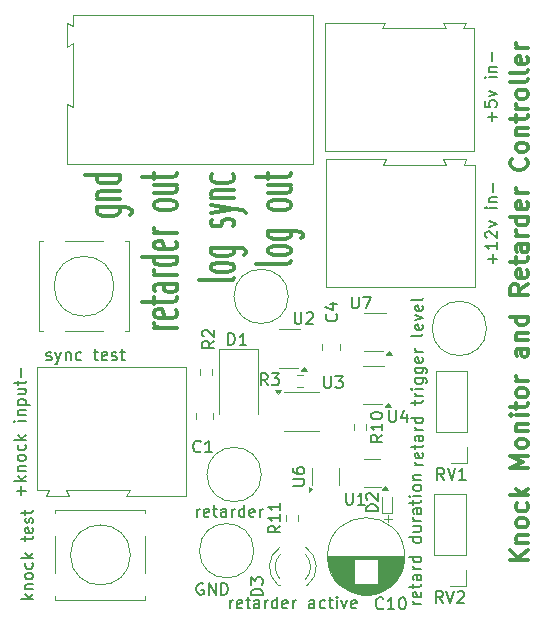
<source format=gbr>
%TF.GenerationSoftware,KiCad,Pcbnew,8.0.1*%
%TF.CreationDate,2024-05-06T17:41:32-07:00*%
%TF.ProjectId,knockControlBoard,6b6e6f63-6b43-46f6-9e74-726f6c426f61,rev?*%
%TF.SameCoordinates,Original*%
%TF.FileFunction,Legend,Top*%
%TF.FilePolarity,Positive*%
%FSLAX46Y46*%
G04 Gerber Fmt 4.6, Leading zero omitted, Abs format (unit mm)*
G04 Created by KiCad (PCBNEW 8.0.1) date 2024-05-06 17:41:32*
%MOMM*%
%LPD*%
G01*
G04 APERTURE LIST*
%ADD10C,0.300000*%
%ADD11C,0.150000*%
%ADD12C,0.120000*%
G04 APERTURE END LIST*
D10*
X91447761Y-81968797D02*
X93876332Y-81968797D01*
X93876332Y-81968797D02*
X94162046Y-82040225D01*
X94162046Y-82040225D02*
X94304904Y-82111654D01*
X94304904Y-82111654D02*
X94447761Y-82254511D01*
X94447761Y-82254511D02*
X94447761Y-82468797D01*
X94447761Y-82468797D02*
X94304904Y-82611654D01*
X93304904Y-81968797D02*
X93447761Y-82111654D01*
X93447761Y-82111654D02*
X93447761Y-82397368D01*
X93447761Y-82397368D02*
X93304904Y-82540225D01*
X93304904Y-82540225D02*
X93162046Y-82611654D01*
X93162046Y-82611654D02*
X92876332Y-82683082D01*
X92876332Y-82683082D02*
X92019189Y-82683082D01*
X92019189Y-82683082D02*
X91733475Y-82611654D01*
X91733475Y-82611654D02*
X91590618Y-82540225D01*
X91590618Y-82540225D02*
X91447761Y-82397368D01*
X91447761Y-82397368D02*
X91447761Y-82111654D01*
X91447761Y-82111654D02*
X91590618Y-81968797D01*
X91447761Y-81254511D02*
X93447761Y-81254511D01*
X91733475Y-81254511D02*
X91590618Y-81183082D01*
X91590618Y-81183082D02*
X91447761Y-81040225D01*
X91447761Y-81040225D02*
X91447761Y-80825939D01*
X91447761Y-80825939D02*
X91590618Y-80683082D01*
X91590618Y-80683082D02*
X91876332Y-80611654D01*
X91876332Y-80611654D02*
X93447761Y-80611654D01*
X93447761Y-79254511D02*
X90447761Y-79254511D01*
X93304904Y-79254511D02*
X93447761Y-79397368D01*
X93447761Y-79397368D02*
X93447761Y-79683082D01*
X93447761Y-79683082D02*
X93304904Y-79825939D01*
X93304904Y-79825939D02*
X93162046Y-79897368D01*
X93162046Y-79897368D02*
X92876332Y-79968796D01*
X92876332Y-79968796D02*
X92019189Y-79968796D01*
X92019189Y-79968796D02*
X91733475Y-79897368D01*
X91733475Y-79897368D02*
X91590618Y-79825939D01*
X91590618Y-79825939D02*
X91447761Y-79683082D01*
X91447761Y-79683082D02*
X91447761Y-79397368D01*
X91447761Y-79397368D02*
X91590618Y-79254511D01*
X98277593Y-92183081D02*
X96277593Y-92183081D01*
X96849021Y-92183081D02*
X96563307Y-92111652D01*
X96563307Y-92111652D02*
X96420450Y-92040224D01*
X96420450Y-92040224D02*
X96277593Y-91897366D01*
X96277593Y-91897366D02*
X96277593Y-91754509D01*
X98134736Y-90683081D02*
X98277593Y-90825938D01*
X98277593Y-90825938D02*
X98277593Y-91111653D01*
X98277593Y-91111653D02*
X98134736Y-91254510D01*
X98134736Y-91254510D02*
X97849021Y-91325938D01*
X97849021Y-91325938D02*
X96706164Y-91325938D01*
X96706164Y-91325938D02*
X96420450Y-91254510D01*
X96420450Y-91254510D02*
X96277593Y-91111653D01*
X96277593Y-91111653D02*
X96277593Y-90825938D01*
X96277593Y-90825938D02*
X96420450Y-90683081D01*
X96420450Y-90683081D02*
X96706164Y-90611653D01*
X96706164Y-90611653D02*
X96991878Y-90611653D01*
X96991878Y-90611653D02*
X97277593Y-91325938D01*
X96277593Y-90183081D02*
X96277593Y-89611653D01*
X95277593Y-89968796D02*
X97849021Y-89968796D01*
X97849021Y-89968796D02*
X98134736Y-89897367D01*
X98134736Y-89897367D02*
X98277593Y-89754510D01*
X98277593Y-89754510D02*
X98277593Y-89611653D01*
X98277593Y-88468796D02*
X96706164Y-88468796D01*
X96706164Y-88468796D02*
X96420450Y-88540224D01*
X96420450Y-88540224D02*
X96277593Y-88683081D01*
X96277593Y-88683081D02*
X96277593Y-88968796D01*
X96277593Y-88968796D02*
X96420450Y-89111653D01*
X98134736Y-88468796D02*
X98277593Y-88611653D01*
X98277593Y-88611653D02*
X98277593Y-88968796D01*
X98277593Y-88968796D02*
X98134736Y-89111653D01*
X98134736Y-89111653D02*
X97849021Y-89183081D01*
X97849021Y-89183081D02*
X97563307Y-89183081D01*
X97563307Y-89183081D02*
X97277593Y-89111653D01*
X97277593Y-89111653D02*
X97134736Y-88968796D01*
X97134736Y-88968796D02*
X97134736Y-88611653D01*
X97134736Y-88611653D02*
X96991878Y-88468796D01*
X98277593Y-87754510D02*
X96277593Y-87754510D01*
X96849021Y-87754510D02*
X96563307Y-87683081D01*
X96563307Y-87683081D02*
X96420450Y-87611653D01*
X96420450Y-87611653D02*
X96277593Y-87468795D01*
X96277593Y-87468795D02*
X96277593Y-87325938D01*
X98277593Y-86183082D02*
X95277593Y-86183082D01*
X98134736Y-86183082D02*
X98277593Y-86325939D01*
X98277593Y-86325939D02*
X98277593Y-86611653D01*
X98277593Y-86611653D02*
X98134736Y-86754510D01*
X98134736Y-86754510D02*
X97991878Y-86825939D01*
X97991878Y-86825939D02*
X97706164Y-86897367D01*
X97706164Y-86897367D02*
X96849021Y-86897367D01*
X96849021Y-86897367D02*
X96563307Y-86825939D01*
X96563307Y-86825939D02*
X96420450Y-86754510D01*
X96420450Y-86754510D02*
X96277593Y-86611653D01*
X96277593Y-86611653D02*
X96277593Y-86325939D01*
X96277593Y-86325939D02*
X96420450Y-86183082D01*
X98134736Y-84897367D02*
X98277593Y-85040224D01*
X98277593Y-85040224D02*
X98277593Y-85325939D01*
X98277593Y-85325939D02*
X98134736Y-85468796D01*
X98134736Y-85468796D02*
X97849021Y-85540224D01*
X97849021Y-85540224D02*
X96706164Y-85540224D01*
X96706164Y-85540224D02*
X96420450Y-85468796D01*
X96420450Y-85468796D02*
X96277593Y-85325939D01*
X96277593Y-85325939D02*
X96277593Y-85040224D01*
X96277593Y-85040224D02*
X96420450Y-84897367D01*
X96420450Y-84897367D02*
X96706164Y-84825939D01*
X96706164Y-84825939D02*
X96991878Y-84825939D01*
X96991878Y-84825939D02*
X97277593Y-85540224D01*
X98277593Y-84183082D02*
X96277593Y-84183082D01*
X96849021Y-84183082D02*
X96563307Y-84111653D01*
X96563307Y-84111653D02*
X96420450Y-84040225D01*
X96420450Y-84040225D02*
X96277593Y-83897367D01*
X96277593Y-83897367D02*
X96277593Y-83754510D01*
X98277593Y-81897368D02*
X98134736Y-82040225D01*
X98134736Y-82040225D02*
X97991878Y-82111654D01*
X97991878Y-82111654D02*
X97706164Y-82183082D01*
X97706164Y-82183082D02*
X96849021Y-82183082D01*
X96849021Y-82183082D02*
X96563307Y-82111654D01*
X96563307Y-82111654D02*
X96420450Y-82040225D01*
X96420450Y-82040225D02*
X96277593Y-81897368D01*
X96277593Y-81897368D02*
X96277593Y-81683082D01*
X96277593Y-81683082D02*
X96420450Y-81540225D01*
X96420450Y-81540225D02*
X96563307Y-81468797D01*
X96563307Y-81468797D02*
X96849021Y-81397368D01*
X96849021Y-81397368D02*
X97706164Y-81397368D01*
X97706164Y-81397368D02*
X97991878Y-81468797D01*
X97991878Y-81468797D02*
X98134736Y-81540225D01*
X98134736Y-81540225D02*
X98277593Y-81683082D01*
X98277593Y-81683082D02*
X98277593Y-81897368D01*
X96277593Y-80111654D02*
X98277593Y-80111654D01*
X96277593Y-80754511D02*
X97849021Y-80754511D01*
X97849021Y-80754511D02*
X98134736Y-80683082D01*
X98134736Y-80683082D02*
X98277593Y-80540225D01*
X98277593Y-80540225D02*
X98277593Y-80325939D01*
X98277593Y-80325939D02*
X98134736Y-80183082D01*
X98134736Y-80183082D02*
X97991878Y-80111654D01*
X96277593Y-79611653D02*
X96277593Y-79040225D01*
X95277593Y-79397368D02*
X97849021Y-79397368D01*
X97849021Y-79397368D02*
X98134736Y-79325939D01*
X98134736Y-79325939D02*
X98277593Y-79183082D01*
X98277593Y-79183082D02*
X98277593Y-79040225D01*
X103107425Y-87968796D02*
X102964568Y-88111653D01*
X102964568Y-88111653D02*
X102678853Y-88183082D01*
X102678853Y-88183082D02*
X100107425Y-88183082D01*
X103107425Y-87183082D02*
X102964568Y-87325939D01*
X102964568Y-87325939D02*
X102821710Y-87397368D01*
X102821710Y-87397368D02*
X102535996Y-87468796D01*
X102535996Y-87468796D02*
X101678853Y-87468796D01*
X101678853Y-87468796D02*
X101393139Y-87397368D01*
X101393139Y-87397368D02*
X101250282Y-87325939D01*
X101250282Y-87325939D02*
X101107425Y-87183082D01*
X101107425Y-87183082D02*
X101107425Y-86968796D01*
X101107425Y-86968796D02*
X101250282Y-86825939D01*
X101250282Y-86825939D02*
X101393139Y-86754511D01*
X101393139Y-86754511D02*
X101678853Y-86683082D01*
X101678853Y-86683082D02*
X102535996Y-86683082D01*
X102535996Y-86683082D02*
X102821710Y-86754511D01*
X102821710Y-86754511D02*
X102964568Y-86825939D01*
X102964568Y-86825939D02*
X103107425Y-86968796D01*
X103107425Y-86968796D02*
X103107425Y-87183082D01*
X101107425Y-85397368D02*
X103535996Y-85397368D01*
X103535996Y-85397368D02*
X103821710Y-85468796D01*
X103821710Y-85468796D02*
X103964568Y-85540225D01*
X103964568Y-85540225D02*
X104107425Y-85683082D01*
X104107425Y-85683082D02*
X104107425Y-85897368D01*
X104107425Y-85897368D02*
X103964568Y-86040225D01*
X102964568Y-85397368D02*
X103107425Y-85540225D01*
X103107425Y-85540225D02*
X103107425Y-85825939D01*
X103107425Y-85825939D02*
X102964568Y-85968796D01*
X102964568Y-85968796D02*
X102821710Y-86040225D01*
X102821710Y-86040225D02*
X102535996Y-86111653D01*
X102535996Y-86111653D02*
X101678853Y-86111653D01*
X101678853Y-86111653D02*
X101393139Y-86040225D01*
X101393139Y-86040225D02*
X101250282Y-85968796D01*
X101250282Y-85968796D02*
X101107425Y-85825939D01*
X101107425Y-85825939D02*
X101107425Y-85540225D01*
X101107425Y-85540225D02*
X101250282Y-85397368D01*
X102964568Y-83611653D02*
X103107425Y-83468796D01*
X103107425Y-83468796D02*
X103107425Y-83183082D01*
X103107425Y-83183082D02*
X102964568Y-83040225D01*
X102964568Y-83040225D02*
X102678853Y-82968796D01*
X102678853Y-82968796D02*
X102535996Y-82968796D01*
X102535996Y-82968796D02*
X102250282Y-83040225D01*
X102250282Y-83040225D02*
X102107425Y-83183082D01*
X102107425Y-83183082D02*
X102107425Y-83397368D01*
X102107425Y-83397368D02*
X101964568Y-83540225D01*
X101964568Y-83540225D02*
X101678853Y-83611653D01*
X101678853Y-83611653D02*
X101535996Y-83611653D01*
X101535996Y-83611653D02*
X101250282Y-83540225D01*
X101250282Y-83540225D02*
X101107425Y-83397368D01*
X101107425Y-83397368D02*
X101107425Y-83183082D01*
X101107425Y-83183082D02*
X101250282Y-83040225D01*
X101107425Y-82468796D02*
X103107425Y-82111653D01*
X101107425Y-81754510D02*
X103107425Y-82111653D01*
X103107425Y-82111653D02*
X103821710Y-82254510D01*
X103821710Y-82254510D02*
X103964568Y-82325939D01*
X103964568Y-82325939D02*
X104107425Y-82468796D01*
X101107425Y-81183082D02*
X103107425Y-81183082D01*
X101393139Y-81183082D02*
X101250282Y-81111653D01*
X101250282Y-81111653D02*
X101107425Y-80968796D01*
X101107425Y-80968796D02*
X101107425Y-80754510D01*
X101107425Y-80754510D02*
X101250282Y-80611653D01*
X101250282Y-80611653D02*
X101535996Y-80540225D01*
X101535996Y-80540225D02*
X103107425Y-80540225D01*
X102964568Y-79183082D02*
X103107425Y-79325939D01*
X103107425Y-79325939D02*
X103107425Y-79611653D01*
X103107425Y-79611653D02*
X102964568Y-79754510D01*
X102964568Y-79754510D02*
X102821710Y-79825939D01*
X102821710Y-79825939D02*
X102535996Y-79897367D01*
X102535996Y-79897367D02*
X101678853Y-79897367D01*
X101678853Y-79897367D02*
X101393139Y-79825939D01*
X101393139Y-79825939D02*
X101250282Y-79754510D01*
X101250282Y-79754510D02*
X101107425Y-79611653D01*
X101107425Y-79611653D02*
X101107425Y-79325939D01*
X101107425Y-79325939D02*
X101250282Y-79183082D01*
X107937257Y-86540225D02*
X107794400Y-86683082D01*
X107794400Y-86683082D02*
X107508685Y-86754511D01*
X107508685Y-86754511D02*
X104937257Y-86754511D01*
X107937257Y-85754511D02*
X107794400Y-85897368D01*
X107794400Y-85897368D02*
X107651542Y-85968797D01*
X107651542Y-85968797D02*
X107365828Y-86040225D01*
X107365828Y-86040225D02*
X106508685Y-86040225D01*
X106508685Y-86040225D02*
X106222971Y-85968797D01*
X106222971Y-85968797D02*
X106080114Y-85897368D01*
X106080114Y-85897368D02*
X105937257Y-85754511D01*
X105937257Y-85754511D02*
X105937257Y-85540225D01*
X105937257Y-85540225D02*
X106080114Y-85397368D01*
X106080114Y-85397368D02*
X106222971Y-85325940D01*
X106222971Y-85325940D02*
X106508685Y-85254511D01*
X106508685Y-85254511D02*
X107365828Y-85254511D01*
X107365828Y-85254511D02*
X107651542Y-85325940D01*
X107651542Y-85325940D02*
X107794400Y-85397368D01*
X107794400Y-85397368D02*
X107937257Y-85540225D01*
X107937257Y-85540225D02*
X107937257Y-85754511D01*
X105937257Y-83968797D02*
X108365828Y-83968797D01*
X108365828Y-83968797D02*
X108651542Y-84040225D01*
X108651542Y-84040225D02*
X108794400Y-84111654D01*
X108794400Y-84111654D02*
X108937257Y-84254511D01*
X108937257Y-84254511D02*
X108937257Y-84468797D01*
X108937257Y-84468797D02*
X108794400Y-84611654D01*
X107794400Y-83968797D02*
X107937257Y-84111654D01*
X107937257Y-84111654D02*
X107937257Y-84397368D01*
X107937257Y-84397368D02*
X107794400Y-84540225D01*
X107794400Y-84540225D02*
X107651542Y-84611654D01*
X107651542Y-84611654D02*
X107365828Y-84683082D01*
X107365828Y-84683082D02*
X106508685Y-84683082D01*
X106508685Y-84683082D02*
X106222971Y-84611654D01*
X106222971Y-84611654D02*
X106080114Y-84540225D01*
X106080114Y-84540225D02*
X105937257Y-84397368D01*
X105937257Y-84397368D02*
X105937257Y-84111654D01*
X105937257Y-84111654D02*
X106080114Y-83968797D01*
X107937257Y-81897368D02*
X107794400Y-82040225D01*
X107794400Y-82040225D02*
X107651542Y-82111654D01*
X107651542Y-82111654D02*
X107365828Y-82183082D01*
X107365828Y-82183082D02*
X106508685Y-82183082D01*
X106508685Y-82183082D02*
X106222971Y-82111654D01*
X106222971Y-82111654D02*
X106080114Y-82040225D01*
X106080114Y-82040225D02*
X105937257Y-81897368D01*
X105937257Y-81897368D02*
X105937257Y-81683082D01*
X105937257Y-81683082D02*
X106080114Y-81540225D01*
X106080114Y-81540225D02*
X106222971Y-81468797D01*
X106222971Y-81468797D02*
X106508685Y-81397368D01*
X106508685Y-81397368D02*
X107365828Y-81397368D01*
X107365828Y-81397368D02*
X107651542Y-81468797D01*
X107651542Y-81468797D02*
X107794400Y-81540225D01*
X107794400Y-81540225D02*
X107937257Y-81683082D01*
X107937257Y-81683082D02*
X107937257Y-81897368D01*
X105937257Y-80111654D02*
X107937257Y-80111654D01*
X105937257Y-80754511D02*
X107508685Y-80754511D01*
X107508685Y-80754511D02*
X107794400Y-80683082D01*
X107794400Y-80683082D02*
X107937257Y-80540225D01*
X107937257Y-80540225D02*
X107937257Y-80325939D01*
X107937257Y-80325939D02*
X107794400Y-80183082D01*
X107794400Y-80183082D02*
X107651542Y-80111654D01*
X105937257Y-79611653D02*
X105937257Y-79040225D01*
X104937257Y-79397368D02*
X107508685Y-79397368D01*
X107508685Y-79397368D02*
X107794400Y-79325939D01*
X107794400Y-79325939D02*
X107937257Y-79183082D01*
X107937257Y-79183082D02*
X107937257Y-79040225D01*
X127960828Y-111875489D02*
X126460828Y-111875489D01*
X127960828Y-111018346D02*
X127103685Y-111661203D01*
X126460828Y-111018346D02*
X127317971Y-111875489D01*
X126960828Y-110375489D02*
X127960828Y-110375489D01*
X127103685Y-110375489D02*
X127032257Y-110304060D01*
X127032257Y-110304060D02*
X126960828Y-110161203D01*
X126960828Y-110161203D02*
X126960828Y-109946917D01*
X126960828Y-109946917D02*
X127032257Y-109804060D01*
X127032257Y-109804060D02*
X127175114Y-109732632D01*
X127175114Y-109732632D02*
X127960828Y-109732632D01*
X127960828Y-108804060D02*
X127889400Y-108946917D01*
X127889400Y-108946917D02*
X127817971Y-109018346D01*
X127817971Y-109018346D02*
X127675114Y-109089774D01*
X127675114Y-109089774D02*
X127246542Y-109089774D01*
X127246542Y-109089774D02*
X127103685Y-109018346D01*
X127103685Y-109018346D02*
X127032257Y-108946917D01*
X127032257Y-108946917D02*
X126960828Y-108804060D01*
X126960828Y-108804060D02*
X126960828Y-108589774D01*
X126960828Y-108589774D02*
X127032257Y-108446917D01*
X127032257Y-108446917D02*
X127103685Y-108375489D01*
X127103685Y-108375489D02*
X127246542Y-108304060D01*
X127246542Y-108304060D02*
X127675114Y-108304060D01*
X127675114Y-108304060D02*
X127817971Y-108375489D01*
X127817971Y-108375489D02*
X127889400Y-108446917D01*
X127889400Y-108446917D02*
X127960828Y-108589774D01*
X127960828Y-108589774D02*
X127960828Y-108804060D01*
X127889400Y-107018346D02*
X127960828Y-107161203D01*
X127960828Y-107161203D02*
X127960828Y-107446917D01*
X127960828Y-107446917D02*
X127889400Y-107589774D01*
X127889400Y-107589774D02*
X127817971Y-107661203D01*
X127817971Y-107661203D02*
X127675114Y-107732631D01*
X127675114Y-107732631D02*
X127246542Y-107732631D01*
X127246542Y-107732631D02*
X127103685Y-107661203D01*
X127103685Y-107661203D02*
X127032257Y-107589774D01*
X127032257Y-107589774D02*
X126960828Y-107446917D01*
X126960828Y-107446917D02*
X126960828Y-107161203D01*
X126960828Y-107161203D02*
X127032257Y-107018346D01*
X127960828Y-106375489D02*
X126460828Y-106375489D01*
X127389400Y-106232632D02*
X127960828Y-105804060D01*
X126960828Y-105804060D02*
X127532257Y-106375489D01*
X127960828Y-104018346D02*
X126460828Y-104018346D01*
X126460828Y-104018346D02*
X127532257Y-103518346D01*
X127532257Y-103518346D02*
X126460828Y-103018346D01*
X126460828Y-103018346D02*
X127960828Y-103018346D01*
X127960828Y-102089774D02*
X127889400Y-102232631D01*
X127889400Y-102232631D02*
X127817971Y-102304060D01*
X127817971Y-102304060D02*
X127675114Y-102375488D01*
X127675114Y-102375488D02*
X127246542Y-102375488D01*
X127246542Y-102375488D02*
X127103685Y-102304060D01*
X127103685Y-102304060D02*
X127032257Y-102232631D01*
X127032257Y-102232631D02*
X126960828Y-102089774D01*
X126960828Y-102089774D02*
X126960828Y-101875488D01*
X126960828Y-101875488D02*
X127032257Y-101732631D01*
X127032257Y-101732631D02*
X127103685Y-101661203D01*
X127103685Y-101661203D02*
X127246542Y-101589774D01*
X127246542Y-101589774D02*
X127675114Y-101589774D01*
X127675114Y-101589774D02*
X127817971Y-101661203D01*
X127817971Y-101661203D02*
X127889400Y-101732631D01*
X127889400Y-101732631D02*
X127960828Y-101875488D01*
X127960828Y-101875488D02*
X127960828Y-102089774D01*
X126960828Y-100946917D02*
X127960828Y-100946917D01*
X127103685Y-100946917D02*
X127032257Y-100875488D01*
X127032257Y-100875488D02*
X126960828Y-100732631D01*
X126960828Y-100732631D02*
X126960828Y-100518345D01*
X126960828Y-100518345D02*
X127032257Y-100375488D01*
X127032257Y-100375488D02*
X127175114Y-100304060D01*
X127175114Y-100304060D02*
X127960828Y-100304060D01*
X127960828Y-99589774D02*
X126960828Y-99589774D01*
X126460828Y-99589774D02*
X126532257Y-99661202D01*
X126532257Y-99661202D02*
X126603685Y-99589774D01*
X126603685Y-99589774D02*
X126532257Y-99518345D01*
X126532257Y-99518345D02*
X126460828Y-99589774D01*
X126460828Y-99589774D02*
X126603685Y-99589774D01*
X126960828Y-99089773D02*
X126960828Y-98518345D01*
X126460828Y-98875488D02*
X127746542Y-98875488D01*
X127746542Y-98875488D02*
X127889400Y-98804059D01*
X127889400Y-98804059D02*
X127960828Y-98661202D01*
X127960828Y-98661202D02*
X127960828Y-98518345D01*
X127960828Y-97804059D02*
X127889400Y-97946916D01*
X127889400Y-97946916D02*
X127817971Y-98018345D01*
X127817971Y-98018345D02*
X127675114Y-98089773D01*
X127675114Y-98089773D02*
X127246542Y-98089773D01*
X127246542Y-98089773D02*
X127103685Y-98018345D01*
X127103685Y-98018345D02*
X127032257Y-97946916D01*
X127032257Y-97946916D02*
X126960828Y-97804059D01*
X126960828Y-97804059D02*
X126960828Y-97589773D01*
X126960828Y-97589773D02*
X127032257Y-97446916D01*
X127032257Y-97446916D02*
X127103685Y-97375488D01*
X127103685Y-97375488D02*
X127246542Y-97304059D01*
X127246542Y-97304059D02*
X127675114Y-97304059D01*
X127675114Y-97304059D02*
X127817971Y-97375488D01*
X127817971Y-97375488D02*
X127889400Y-97446916D01*
X127889400Y-97446916D02*
X127960828Y-97589773D01*
X127960828Y-97589773D02*
X127960828Y-97804059D01*
X127960828Y-96661202D02*
X126960828Y-96661202D01*
X127246542Y-96661202D02*
X127103685Y-96589773D01*
X127103685Y-96589773D02*
X127032257Y-96518345D01*
X127032257Y-96518345D02*
X126960828Y-96375487D01*
X126960828Y-96375487D02*
X126960828Y-96232630D01*
X127960828Y-93946917D02*
X127175114Y-93946917D01*
X127175114Y-93946917D02*
X127032257Y-94018345D01*
X127032257Y-94018345D02*
X126960828Y-94161202D01*
X126960828Y-94161202D02*
X126960828Y-94446917D01*
X126960828Y-94446917D02*
X127032257Y-94589774D01*
X127889400Y-93946917D02*
X127960828Y-94089774D01*
X127960828Y-94089774D02*
X127960828Y-94446917D01*
X127960828Y-94446917D02*
X127889400Y-94589774D01*
X127889400Y-94589774D02*
X127746542Y-94661202D01*
X127746542Y-94661202D02*
X127603685Y-94661202D01*
X127603685Y-94661202D02*
X127460828Y-94589774D01*
X127460828Y-94589774D02*
X127389400Y-94446917D01*
X127389400Y-94446917D02*
X127389400Y-94089774D01*
X127389400Y-94089774D02*
X127317971Y-93946917D01*
X126960828Y-93232631D02*
X127960828Y-93232631D01*
X127103685Y-93232631D02*
X127032257Y-93161202D01*
X127032257Y-93161202D02*
X126960828Y-93018345D01*
X126960828Y-93018345D02*
X126960828Y-92804059D01*
X126960828Y-92804059D02*
X127032257Y-92661202D01*
X127032257Y-92661202D02*
X127175114Y-92589774D01*
X127175114Y-92589774D02*
X127960828Y-92589774D01*
X127960828Y-91232631D02*
X126460828Y-91232631D01*
X127889400Y-91232631D02*
X127960828Y-91375488D01*
X127960828Y-91375488D02*
X127960828Y-91661202D01*
X127960828Y-91661202D02*
X127889400Y-91804059D01*
X127889400Y-91804059D02*
X127817971Y-91875488D01*
X127817971Y-91875488D02*
X127675114Y-91946916D01*
X127675114Y-91946916D02*
X127246542Y-91946916D01*
X127246542Y-91946916D02*
X127103685Y-91875488D01*
X127103685Y-91875488D02*
X127032257Y-91804059D01*
X127032257Y-91804059D02*
X126960828Y-91661202D01*
X126960828Y-91661202D02*
X126960828Y-91375488D01*
X126960828Y-91375488D02*
X127032257Y-91232631D01*
X127960828Y-88518345D02*
X127246542Y-89018345D01*
X127960828Y-89375488D02*
X126460828Y-89375488D01*
X126460828Y-89375488D02*
X126460828Y-88804059D01*
X126460828Y-88804059D02*
X126532257Y-88661202D01*
X126532257Y-88661202D02*
X126603685Y-88589773D01*
X126603685Y-88589773D02*
X126746542Y-88518345D01*
X126746542Y-88518345D02*
X126960828Y-88518345D01*
X126960828Y-88518345D02*
X127103685Y-88589773D01*
X127103685Y-88589773D02*
X127175114Y-88661202D01*
X127175114Y-88661202D02*
X127246542Y-88804059D01*
X127246542Y-88804059D02*
X127246542Y-89375488D01*
X127889400Y-87304059D02*
X127960828Y-87446916D01*
X127960828Y-87446916D02*
X127960828Y-87732631D01*
X127960828Y-87732631D02*
X127889400Y-87875488D01*
X127889400Y-87875488D02*
X127746542Y-87946916D01*
X127746542Y-87946916D02*
X127175114Y-87946916D01*
X127175114Y-87946916D02*
X127032257Y-87875488D01*
X127032257Y-87875488D02*
X126960828Y-87732631D01*
X126960828Y-87732631D02*
X126960828Y-87446916D01*
X126960828Y-87446916D02*
X127032257Y-87304059D01*
X127032257Y-87304059D02*
X127175114Y-87232631D01*
X127175114Y-87232631D02*
X127317971Y-87232631D01*
X127317971Y-87232631D02*
X127460828Y-87946916D01*
X126960828Y-86804059D02*
X126960828Y-86232631D01*
X126460828Y-86589774D02*
X127746542Y-86589774D01*
X127746542Y-86589774D02*
X127889400Y-86518345D01*
X127889400Y-86518345D02*
X127960828Y-86375488D01*
X127960828Y-86375488D02*
X127960828Y-86232631D01*
X127960828Y-85089774D02*
X127175114Y-85089774D01*
X127175114Y-85089774D02*
X127032257Y-85161202D01*
X127032257Y-85161202D02*
X126960828Y-85304059D01*
X126960828Y-85304059D02*
X126960828Y-85589774D01*
X126960828Y-85589774D02*
X127032257Y-85732631D01*
X127889400Y-85089774D02*
X127960828Y-85232631D01*
X127960828Y-85232631D02*
X127960828Y-85589774D01*
X127960828Y-85589774D02*
X127889400Y-85732631D01*
X127889400Y-85732631D02*
X127746542Y-85804059D01*
X127746542Y-85804059D02*
X127603685Y-85804059D01*
X127603685Y-85804059D02*
X127460828Y-85732631D01*
X127460828Y-85732631D02*
X127389400Y-85589774D01*
X127389400Y-85589774D02*
X127389400Y-85232631D01*
X127389400Y-85232631D02*
X127317971Y-85089774D01*
X127960828Y-84375488D02*
X126960828Y-84375488D01*
X127246542Y-84375488D02*
X127103685Y-84304059D01*
X127103685Y-84304059D02*
X127032257Y-84232631D01*
X127032257Y-84232631D02*
X126960828Y-84089773D01*
X126960828Y-84089773D02*
X126960828Y-83946916D01*
X127960828Y-82804060D02*
X126460828Y-82804060D01*
X127889400Y-82804060D02*
X127960828Y-82946917D01*
X127960828Y-82946917D02*
X127960828Y-83232631D01*
X127960828Y-83232631D02*
X127889400Y-83375488D01*
X127889400Y-83375488D02*
X127817971Y-83446917D01*
X127817971Y-83446917D02*
X127675114Y-83518345D01*
X127675114Y-83518345D02*
X127246542Y-83518345D01*
X127246542Y-83518345D02*
X127103685Y-83446917D01*
X127103685Y-83446917D02*
X127032257Y-83375488D01*
X127032257Y-83375488D02*
X126960828Y-83232631D01*
X126960828Y-83232631D02*
X126960828Y-82946917D01*
X126960828Y-82946917D02*
X127032257Y-82804060D01*
X127889400Y-81518345D02*
X127960828Y-81661202D01*
X127960828Y-81661202D02*
X127960828Y-81946917D01*
X127960828Y-81946917D02*
X127889400Y-82089774D01*
X127889400Y-82089774D02*
X127746542Y-82161202D01*
X127746542Y-82161202D02*
X127175114Y-82161202D01*
X127175114Y-82161202D02*
X127032257Y-82089774D01*
X127032257Y-82089774D02*
X126960828Y-81946917D01*
X126960828Y-81946917D02*
X126960828Y-81661202D01*
X126960828Y-81661202D02*
X127032257Y-81518345D01*
X127032257Y-81518345D02*
X127175114Y-81446917D01*
X127175114Y-81446917D02*
X127317971Y-81446917D01*
X127317971Y-81446917D02*
X127460828Y-82161202D01*
X127960828Y-80804060D02*
X126960828Y-80804060D01*
X127246542Y-80804060D02*
X127103685Y-80732631D01*
X127103685Y-80732631D02*
X127032257Y-80661203D01*
X127032257Y-80661203D02*
X126960828Y-80518345D01*
X126960828Y-80518345D02*
X126960828Y-80375488D01*
X127817971Y-77875489D02*
X127889400Y-77946917D01*
X127889400Y-77946917D02*
X127960828Y-78161203D01*
X127960828Y-78161203D02*
X127960828Y-78304060D01*
X127960828Y-78304060D02*
X127889400Y-78518346D01*
X127889400Y-78518346D02*
X127746542Y-78661203D01*
X127746542Y-78661203D02*
X127603685Y-78732632D01*
X127603685Y-78732632D02*
X127317971Y-78804060D01*
X127317971Y-78804060D02*
X127103685Y-78804060D01*
X127103685Y-78804060D02*
X126817971Y-78732632D01*
X126817971Y-78732632D02*
X126675114Y-78661203D01*
X126675114Y-78661203D02*
X126532257Y-78518346D01*
X126532257Y-78518346D02*
X126460828Y-78304060D01*
X126460828Y-78304060D02*
X126460828Y-78161203D01*
X126460828Y-78161203D02*
X126532257Y-77946917D01*
X126532257Y-77946917D02*
X126603685Y-77875489D01*
X127960828Y-77018346D02*
X127889400Y-77161203D01*
X127889400Y-77161203D02*
X127817971Y-77232632D01*
X127817971Y-77232632D02*
X127675114Y-77304060D01*
X127675114Y-77304060D02*
X127246542Y-77304060D01*
X127246542Y-77304060D02*
X127103685Y-77232632D01*
X127103685Y-77232632D02*
X127032257Y-77161203D01*
X127032257Y-77161203D02*
X126960828Y-77018346D01*
X126960828Y-77018346D02*
X126960828Y-76804060D01*
X126960828Y-76804060D02*
X127032257Y-76661203D01*
X127032257Y-76661203D02*
X127103685Y-76589775D01*
X127103685Y-76589775D02*
X127246542Y-76518346D01*
X127246542Y-76518346D02*
X127675114Y-76518346D01*
X127675114Y-76518346D02*
X127817971Y-76589775D01*
X127817971Y-76589775D02*
X127889400Y-76661203D01*
X127889400Y-76661203D02*
X127960828Y-76804060D01*
X127960828Y-76804060D02*
X127960828Y-77018346D01*
X126960828Y-75875489D02*
X127960828Y-75875489D01*
X127103685Y-75875489D02*
X127032257Y-75804060D01*
X127032257Y-75804060D02*
X126960828Y-75661203D01*
X126960828Y-75661203D02*
X126960828Y-75446917D01*
X126960828Y-75446917D02*
X127032257Y-75304060D01*
X127032257Y-75304060D02*
X127175114Y-75232632D01*
X127175114Y-75232632D02*
X127960828Y-75232632D01*
X126960828Y-74732631D02*
X126960828Y-74161203D01*
X126460828Y-74518346D02*
X127746542Y-74518346D01*
X127746542Y-74518346D02*
X127889400Y-74446917D01*
X127889400Y-74446917D02*
X127960828Y-74304060D01*
X127960828Y-74304060D02*
X127960828Y-74161203D01*
X127960828Y-73661203D02*
X126960828Y-73661203D01*
X127246542Y-73661203D02*
X127103685Y-73589774D01*
X127103685Y-73589774D02*
X127032257Y-73518346D01*
X127032257Y-73518346D02*
X126960828Y-73375488D01*
X126960828Y-73375488D02*
X126960828Y-73232631D01*
X127960828Y-72518346D02*
X127889400Y-72661203D01*
X127889400Y-72661203D02*
X127817971Y-72732632D01*
X127817971Y-72732632D02*
X127675114Y-72804060D01*
X127675114Y-72804060D02*
X127246542Y-72804060D01*
X127246542Y-72804060D02*
X127103685Y-72732632D01*
X127103685Y-72732632D02*
X127032257Y-72661203D01*
X127032257Y-72661203D02*
X126960828Y-72518346D01*
X126960828Y-72518346D02*
X126960828Y-72304060D01*
X126960828Y-72304060D02*
X127032257Y-72161203D01*
X127032257Y-72161203D02*
X127103685Y-72089775D01*
X127103685Y-72089775D02*
X127246542Y-72018346D01*
X127246542Y-72018346D02*
X127675114Y-72018346D01*
X127675114Y-72018346D02*
X127817971Y-72089775D01*
X127817971Y-72089775D02*
X127889400Y-72161203D01*
X127889400Y-72161203D02*
X127960828Y-72304060D01*
X127960828Y-72304060D02*
X127960828Y-72518346D01*
X127960828Y-71161203D02*
X127889400Y-71304060D01*
X127889400Y-71304060D02*
X127746542Y-71375489D01*
X127746542Y-71375489D02*
X126460828Y-71375489D01*
X127960828Y-70375489D02*
X127889400Y-70518346D01*
X127889400Y-70518346D02*
X127746542Y-70589775D01*
X127746542Y-70589775D02*
X126460828Y-70589775D01*
X127889400Y-69232632D02*
X127960828Y-69375489D01*
X127960828Y-69375489D02*
X127960828Y-69661204D01*
X127960828Y-69661204D02*
X127889400Y-69804061D01*
X127889400Y-69804061D02*
X127746542Y-69875489D01*
X127746542Y-69875489D02*
X127175114Y-69875489D01*
X127175114Y-69875489D02*
X127032257Y-69804061D01*
X127032257Y-69804061D02*
X126960828Y-69661204D01*
X126960828Y-69661204D02*
X126960828Y-69375489D01*
X126960828Y-69375489D02*
X127032257Y-69232632D01*
X127032257Y-69232632D02*
X127175114Y-69161204D01*
X127175114Y-69161204D02*
X127317971Y-69161204D01*
X127317971Y-69161204D02*
X127460828Y-69875489D01*
X127960828Y-68518347D02*
X126960828Y-68518347D01*
X127246542Y-68518347D02*
X127103685Y-68446918D01*
X127103685Y-68446918D02*
X127032257Y-68375490D01*
X127032257Y-68375490D02*
X126960828Y-68232632D01*
X126960828Y-68232632D02*
X126960828Y-68089775D01*
D11*
X111749580Y-91026666D02*
X111797200Y-91074285D01*
X111797200Y-91074285D02*
X111844819Y-91217142D01*
X111844819Y-91217142D02*
X111844819Y-91312380D01*
X111844819Y-91312380D02*
X111797200Y-91455237D01*
X111797200Y-91455237D02*
X111701961Y-91550475D01*
X111701961Y-91550475D02*
X111606723Y-91598094D01*
X111606723Y-91598094D02*
X111416247Y-91645713D01*
X111416247Y-91645713D02*
X111273390Y-91645713D01*
X111273390Y-91645713D02*
X111082914Y-91598094D01*
X111082914Y-91598094D02*
X110987676Y-91550475D01*
X110987676Y-91550475D02*
X110892438Y-91455237D01*
X110892438Y-91455237D02*
X110844819Y-91312380D01*
X110844819Y-91312380D02*
X110844819Y-91217142D01*
X110844819Y-91217142D02*
X110892438Y-91074285D01*
X110892438Y-91074285D02*
X110940057Y-91026666D01*
X111178152Y-90169523D02*
X111844819Y-90169523D01*
X110797200Y-90407618D02*
X111511485Y-90645713D01*
X111511485Y-90645713D02*
X111511485Y-90026666D01*
X100263333Y-102639580D02*
X100215714Y-102687200D01*
X100215714Y-102687200D02*
X100072857Y-102734819D01*
X100072857Y-102734819D02*
X99977619Y-102734819D01*
X99977619Y-102734819D02*
X99834762Y-102687200D01*
X99834762Y-102687200D02*
X99739524Y-102591961D01*
X99739524Y-102591961D02*
X99691905Y-102496723D01*
X99691905Y-102496723D02*
X99644286Y-102306247D01*
X99644286Y-102306247D02*
X99644286Y-102163390D01*
X99644286Y-102163390D02*
X99691905Y-101972914D01*
X99691905Y-101972914D02*
X99739524Y-101877676D01*
X99739524Y-101877676D02*
X99834762Y-101782438D01*
X99834762Y-101782438D02*
X99977619Y-101734819D01*
X99977619Y-101734819D02*
X100072857Y-101734819D01*
X100072857Y-101734819D02*
X100215714Y-101782438D01*
X100215714Y-101782438D02*
X100263333Y-101830057D01*
X101215714Y-102734819D02*
X100644286Y-102734819D01*
X100930000Y-102734819D02*
X100930000Y-101734819D01*
X100930000Y-101734819D02*
X100834762Y-101877676D01*
X100834762Y-101877676D02*
X100739524Y-101972914D01*
X100739524Y-101972914D02*
X100644286Y-102020533D01*
X87208094Y-94897200D02*
X87303332Y-94944819D01*
X87303332Y-94944819D02*
X87493808Y-94944819D01*
X87493808Y-94944819D02*
X87589046Y-94897200D01*
X87589046Y-94897200D02*
X87636665Y-94801961D01*
X87636665Y-94801961D02*
X87636665Y-94754342D01*
X87636665Y-94754342D02*
X87589046Y-94659104D01*
X87589046Y-94659104D02*
X87493808Y-94611485D01*
X87493808Y-94611485D02*
X87350951Y-94611485D01*
X87350951Y-94611485D02*
X87255713Y-94563866D01*
X87255713Y-94563866D02*
X87208094Y-94468628D01*
X87208094Y-94468628D02*
X87208094Y-94421009D01*
X87208094Y-94421009D02*
X87255713Y-94325771D01*
X87255713Y-94325771D02*
X87350951Y-94278152D01*
X87350951Y-94278152D02*
X87493808Y-94278152D01*
X87493808Y-94278152D02*
X87589046Y-94325771D01*
X87969999Y-94278152D02*
X88208094Y-94944819D01*
X88446189Y-94278152D02*
X88208094Y-94944819D01*
X88208094Y-94944819D02*
X88112856Y-95182914D01*
X88112856Y-95182914D02*
X88065237Y-95230533D01*
X88065237Y-95230533D02*
X87969999Y-95278152D01*
X88827142Y-94278152D02*
X88827142Y-94944819D01*
X88827142Y-94373390D02*
X88874761Y-94325771D01*
X88874761Y-94325771D02*
X88969999Y-94278152D01*
X88969999Y-94278152D02*
X89112856Y-94278152D01*
X89112856Y-94278152D02*
X89208094Y-94325771D01*
X89208094Y-94325771D02*
X89255713Y-94421009D01*
X89255713Y-94421009D02*
X89255713Y-94944819D01*
X90160475Y-94897200D02*
X90065237Y-94944819D01*
X90065237Y-94944819D02*
X89874761Y-94944819D01*
X89874761Y-94944819D02*
X89779523Y-94897200D01*
X89779523Y-94897200D02*
X89731904Y-94849580D01*
X89731904Y-94849580D02*
X89684285Y-94754342D01*
X89684285Y-94754342D02*
X89684285Y-94468628D01*
X89684285Y-94468628D02*
X89731904Y-94373390D01*
X89731904Y-94373390D02*
X89779523Y-94325771D01*
X89779523Y-94325771D02*
X89874761Y-94278152D01*
X89874761Y-94278152D02*
X90065237Y-94278152D01*
X90065237Y-94278152D02*
X90160475Y-94325771D01*
X91208095Y-94278152D02*
X91589047Y-94278152D01*
X91350952Y-93944819D02*
X91350952Y-94801961D01*
X91350952Y-94801961D02*
X91398571Y-94897200D01*
X91398571Y-94897200D02*
X91493809Y-94944819D01*
X91493809Y-94944819D02*
X91589047Y-94944819D01*
X92303333Y-94897200D02*
X92208095Y-94944819D01*
X92208095Y-94944819D02*
X92017619Y-94944819D01*
X92017619Y-94944819D02*
X91922381Y-94897200D01*
X91922381Y-94897200D02*
X91874762Y-94801961D01*
X91874762Y-94801961D02*
X91874762Y-94421009D01*
X91874762Y-94421009D02*
X91922381Y-94325771D01*
X91922381Y-94325771D02*
X92017619Y-94278152D01*
X92017619Y-94278152D02*
X92208095Y-94278152D01*
X92208095Y-94278152D02*
X92303333Y-94325771D01*
X92303333Y-94325771D02*
X92350952Y-94421009D01*
X92350952Y-94421009D02*
X92350952Y-94516247D01*
X92350952Y-94516247D02*
X91874762Y-94611485D01*
X92731905Y-94897200D02*
X92827143Y-94944819D01*
X92827143Y-94944819D02*
X93017619Y-94944819D01*
X93017619Y-94944819D02*
X93112857Y-94897200D01*
X93112857Y-94897200D02*
X93160476Y-94801961D01*
X93160476Y-94801961D02*
X93160476Y-94754342D01*
X93160476Y-94754342D02*
X93112857Y-94659104D01*
X93112857Y-94659104D02*
X93017619Y-94611485D01*
X93017619Y-94611485D02*
X92874762Y-94611485D01*
X92874762Y-94611485D02*
X92779524Y-94563866D01*
X92779524Y-94563866D02*
X92731905Y-94468628D01*
X92731905Y-94468628D02*
X92731905Y-94421009D01*
X92731905Y-94421009D02*
X92779524Y-94325771D01*
X92779524Y-94325771D02*
X92874762Y-94278152D01*
X92874762Y-94278152D02*
X93017619Y-94278152D01*
X93017619Y-94278152D02*
X93112857Y-94325771D01*
X93446191Y-94278152D02*
X93827143Y-94278152D01*
X93589048Y-93944819D02*
X93589048Y-94801961D01*
X93589048Y-94801961D02*
X93636667Y-94897200D01*
X93636667Y-94897200D02*
X93731905Y-94944819D01*
X93731905Y-94944819D02*
X93827143Y-94944819D01*
X86074819Y-115140476D02*
X85074819Y-115140476D01*
X85693866Y-115045238D02*
X86074819Y-114759524D01*
X85408152Y-114759524D02*
X85789104Y-115140476D01*
X85408152Y-114330952D02*
X86074819Y-114330952D01*
X85503390Y-114330952D02*
X85455771Y-114283333D01*
X85455771Y-114283333D02*
X85408152Y-114188095D01*
X85408152Y-114188095D02*
X85408152Y-114045238D01*
X85408152Y-114045238D02*
X85455771Y-113950000D01*
X85455771Y-113950000D02*
X85551009Y-113902381D01*
X85551009Y-113902381D02*
X86074819Y-113902381D01*
X86074819Y-113283333D02*
X86027200Y-113378571D01*
X86027200Y-113378571D02*
X85979580Y-113426190D01*
X85979580Y-113426190D02*
X85884342Y-113473809D01*
X85884342Y-113473809D02*
X85598628Y-113473809D01*
X85598628Y-113473809D02*
X85503390Y-113426190D01*
X85503390Y-113426190D02*
X85455771Y-113378571D01*
X85455771Y-113378571D02*
X85408152Y-113283333D01*
X85408152Y-113283333D02*
X85408152Y-113140476D01*
X85408152Y-113140476D02*
X85455771Y-113045238D01*
X85455771Y-113045238D02*
X85503390Y-112997619D01*
X85503390Y-112997619D02*
X85598628Y-112950000D01*
X85598628Y-112950000D02*
X85884342Y-112950000D01*
X85884342Y-112950000D02*
X85979580Y-112997619D01*
X85979580Y-112997619D02*
X86027200Y-113045238D01*
X86027200Y-113045238D02*
X86074819Y-113140476D01*
X86074819Y-113140476D02*
X86074819Y-113283333D01*
X86027200Y-112092857D02*
X86074819Y-112188095D01*
X86074819Y-112188095D02*
X86074819Y-112378571D01*
X86074819Y-112378571D02*
X86027200Y-112473809D01*
X86027200Y-112473809D02*
X85979580Y-112521428D01*
X85979580Y-112521428D02*
X85884342Y-112569047D01*
X85884342Y-112569047D02*
X85598628Y-112569047D01*
X85598628Y-112569047D02*
X85503390Y-112521428D01*
X85503390Y-112521428D02*
X85455771Y-112473809D01*
X85455771Y-112473809D02*
X85408152Y-112378571D01*
X85408152Y-112378571D02*
X85408152Y-112188095D01*
X85408152Y-112188095D02*
X85455771Y-112092857D01*
X86074819Y-111664285D02*
X85074819Y-111664285D01*
X85693866Y-111569047D02*
X86074819Y-111283333D01*
X85408152Y-111283333D02*
X85789104Y-111664285D01*
X85408152Y-110235713D02*
X85408152Y-109854761D01*
X85074819Y-110092856D02*
X85931961Y-110092856D01*
X85931961Y-110092856D02*
X86027200Y-110045237D01*
X86027200Y-110045237D02*
X86074819Y-109949999D01*
X86074819Y-109949999D02*
X86074819Y-109854761D01*
X86027200Y-109140475D02*
X86074819Y-109235713D01*
X86074819Y-109235713D02*
X86074819Y-109426189D01*
X86074819Y-109426189D02*
X86027200Y-109521427D01*
X86027200Y-109521427D02*
X85931961Y-109569046D01*
X85931961Y-109569046D02*
X85551009Y-109569046D01*
X85551009Y-109569046D02*
X85455771Y-109521427D01*
X85455771Y-109521427D02*
X85408152Y-109426189D01*
X85408152Y-109426189D02*
X85408152Y-109235713D01*
X85408152Y-109235713D02*
X85455771Y-109140475D01*
X85455771Y-109140475D02*
X85551009Y-109092856D01*
X85551009Y-109092856D02*
X85646247Y-109092856D01*
X85646247Y-109092856D02*
X85741485Y-109569046D01*
X86027200Y-108711903D02*
X86074819Y-108616665D01*
X86074819Y-108616665D02*
X86074819Y-108426189D01*
X86074819Y-108426189D02*
X86027200Y-108330951D01*
X86027200Y-108330951D02*
X85931961Y-108283332D01*
X85931961Y-108283332D02*
X85884342Y-108283332D01*
X85884342Y-108283332D02*
X85789104Y-108330951D01*
X85789104Y-108330951D02*
X85741485Y-108426189D01*
X85741485Y-108426189D02*
X85741485Y-108569046D01*
X85741485Y-108569046D02*
X85693866Y-108664284D01*
X85693866Y-108664284D02*
X85598628Y-108711903D01*
X85598628Y-108711903D02*
X85551009Y-108711903D01*
X85551009Y-108711903D02*
X85455771Y-108664284D01*
X85455771Y-108664284D02*
X85408152Y-108569046D01*
X85408152Y-108569046D02*
X85408152Y-108426189D01*
X85408152Y-108426189D02*
X85455771Y-108330951D01*
X85408152Y-107997617D02*
X85408152Y-107616665D01*
X85074819Y-107854760D02*
X85931961Y-107854760D01*
X85931961Y-107854760D02*
X86027200Y-107807141D01*
X86027200Y-107807141D02*
X86074819Y-107711903D01*
X86074819Y-107711903D02*
X86074819Y-107616665D01*
X120784761Y-115469819D02*
X120451428Y-114993628D01*
X120213333Y-115469819D02*
X120213333Y-114469819D01*
X120213333Y-114469819D02*
X120594285Y-114469819D01*
X120594285Y-114469819D02*
X120689523Y-114517438D01*
X120689523Y-114517438D02*
X120737142Y-114565057D01*
X120737142Y-114565057D02*
X120784761Y-114660295D01*
X120784761Y-114660295D02*
X120784761Y-114803152D01*
X120784761Y-114803152D02*
X120737142Y-114898390D01*
X120737142Y-114898390D02*
X120689523Y-114946009D01*
X120689523Y-114946009D02*
X120594285Y-114993628D01*
X120594285Y-114993628D02*
X120213333Y-114993628D01*
X121070476Y-114469819D02*
X121403809Y-115469819D01*
X121403809Y-115469819D02*
X121737142Y-114469819D01*
X122022857Y-114565057D02*
X122070476Y-114517438D01*
X122070476Y-114517438D02*
X122165714Y-114469819D01*
X122165714Y-114469819D02*
X122403809Y-114469819D01*
X122403809Y-114469819D02*
X122499047Y-114517438D01*
X122499047Y-114517438D02*
X122546666Y-114565057D01*
X122546666Y-114565057D02*
X122594285Y-114660295D01*
X122594285Y-114660295D02*
X122594285Y-114755533D01*
X122594285Y-114755533D02*
X122546666Y-114898390D01*
X122546666Y-114898390D02*
X121975238Y-115469819D01*
X121975238Y-115469819D02*
X122594285Y-115469819D01*
X118934819Y-115581191D02*
X118268152Y-115581191D01*
X118458628Y-115581191D02*
X118363390Y-115533572D01*
X118363390Y-115533572D02*
X118315771Y-115485953D01*
X118315771Y-115485953D02*
X118268152Y-115390715D01*
X118268152Y-115390715D02*
X118268152Y-115295477D01*
X118887200Y-114581191D02*
X118934819Y-114676429D01*
X118934819Y-114676429D02*
X118934819Y-114866905D01*
X118934819Y-114866905D02*
X118887200Y-114962143D01*
X118887200Y-114962143D02*
X118791961Y-115009762D01*
X118791961Y-115009762D02*
X118411009Y-115009762D01*
X118411009Y-115009762D02*
X118315771Y-114962143D01*
X118315771Y-114962143D02*
X118268152Y-114866905D01*
X118268152Y-114866905D02*
X118268152Y-114676429D01*
X118268152Y-114676429D02*
X118315771Y-114581191D01*
X118315771Y-114581191D02*
X118411009Y-114533572D01*
X118411009Y-114533572D02*
X118506247Y-114533572D01*
X118506247Y-114533572D02*
X118601485Y-115009762D01*
X118268152Y-114247857D02*
X118268152Y-113866905D01*
X117934819Y-114105000D02*
X118791961Y-114105000D01*
X118791961Y-114105000D02*
X118887200Y-114057381D01*
X118887200Y-114057381D02*
X118934819Y-113962143D01*
X118934819Y-113962143D02*
X118934819Y-113866905D01*
X118934819Y-113105000D02*
X118411009Y-113105000D01*
X118411009Y-113105000D02*
X118315771Y-113152619D01*
X118315771Y-113152619D02*
X118268152Y-113247857D01*
X118268152Y-113247857D02*
X118268152Y-113438333D01*
X118268152Y-113438333D02*
X118315771Y-113533571D01*
X118887200Y-113105000D02*
X118934819Y-113200238D01*
X118934819Y-113200238D02*
X118934819Y-113438333D01*
X118934819Y-113438333D02*
X118887200Y-113533571D01*
X118887200Y-113533571D02*
X118791961Y-113581190D01*
X118791961Y-113581190D02*
X118696723Y-113581190D01*
X118696723Y-113581190D02*
X118601485Y-113533571D01*
X118601485Y-113533571D02*
X118553866Y-113438333D01*
X118553866Y-113438333D02*
X118553866Y-113200238D01*
X118553866Y-113200238D02*
X118506247Y-113105000D01*
X118934819Y-112628809D02*
X118268152Y-112628809D01*
X118458628Y-112628809D02*
X118363390Y-112581190D01*
X118363390Y-112581190D02*
X118315771Y-112533571D01*
X118315771Y-112533571D02*
X118268152Y-112438333D01*
X118268152Y-112438333D02*
X118268152Y-112343095D01*
X118934819Y-111581190D02*
X117934819Y-111581190D01*
X118887200Y-111581190D02*
X118934819Y-111676428D01*
X118934819Y-111676428D02*
X118934819Y-111866904D01*
X118934819Y-111866904D02*
X118887200Y-111962142D01*
X118887200Y-111962142D02*
X118839580Y-112009761D01*
X118839580Y-112009761D02*
X118744342Y-112057380D01*
X118744342Y-112057380D02*
X118458628Y-112057380D01*
X118458628Y-112057380D02*
X118363390Y-112009761D01*
X118363390Y-112009761D02*
X118315771Y-111962142D01*
X118315771Y-111962142D02*
X118268152Y-111866904D01*
X118268152Y-111866904D02*
X118268152Y-111676428D01*
X118268152Y-111676428D02*
X118315771Y-111581190D01*
X118934819Y-109914523D02*
X117934819Y-109914523D01*
X118887200Y-109914523D02*
X118934819Y-110009761D01*
X118934819Y-110009761D02*
X118934819Y-110200237D01*
X118934819Y-110200237D02*
X118887200Y-110295475D01*
X118887200Y-110295475D02*
X118839580Y-110343094D01*
X118839580Y-110343094D02*
X118744342Y-110390713D01*
X118744342Y-110390713D02*
X118458628Y-110390713D01*
X118458628Y-110390713D02*
X118363390Y-110343094D01*
X118363390Y-110343094D02*
X118315771Y-110295475D01*
X118315771Y-110295475D02*
X118268152Y-110200237D01*
X118268152Y-110200237D02*
X118268152Y-110009761D01*
X118268152Y-110009761D02*
X118315771Y-109914523D01*
X118268152Y-109009761D02*
X118934819Y-109009761D01*
X118268152Y-109438332D02*
X118791961Y-109438332D01*
X118791961Y-109438332D02*
X118887200Y-109390713D01*
X118887200Y-109390713D02*
X118934819Y-109295475D01*
X118934819Y-109295475D02*
X118934819Y-109152618D01*
X118934819Y-109152618D02*
X118887200Y-109057380D01*
X118887200Y-109057380D02*
X118839580Y-109009761D01*
X118934819Y-108533570D02*
X118268152Y-108533570D01*
X118458628Y-108533570D02*
X118363390Y-108485951D01*
X118363390Y-108485951D02*
X118315771Y-108438332D01*
X118315771Y-108438332D02*
X118268152Y-108343094D01*
X118268152Y-108343094D02*
X118268152Y-108247856D01*
X118934819Y-107485951D02*
X118411009Y-107485951D01*
X118411009Y-107485951D02*
X118315771Y-107533570D01*
X118315771Y-107533570D02*
X118268152Y-107628808D01*
X118268152Y-107628808D02*
X118268152Y-107819284D01*
X118268152Y-107819284D02*
X118315771Y-107914522D01*
X118887200Y-107485951D02*
X118934819Y-107581189D01*
X118934819Y-107581189D02*
X118934819Y-107819284D01*
X118934819Y-107819284D02*
X118887200Y-107914522D01*
X118887200Y-107914522D02*
X118791961Y-107962141D01*
X118791961Y-107962141D02*
X118696723Y-107962141D01*
X118696723Y-107962141D02*
X118601485Y-107914522D01*
X118601485Y-107914522D02*
X118553866Y-107819284D01*
X118553866Y-107819284D02*
X118553866Y-107581189D01*
X118553866Y-107581189D02*
X118506247Y-107485951D01*
X118268152Y-107152617D02*
X118268152Y-106771665D01*
X117934819Y-107009760D02*
X118791961Y-107009760D01*
X118791961Y-107009760D02*
X118887200Y-106962141D01*
X118887200Y-106962141D02*
X118934819Y-106866903D01*
X118934819Y-106866903D02*
X118934819Y-106771665D01*
X118934819Y-106438331D02*
X118268152Y-106438331D01*
X117934819Y-106438331D02*
X117982438Y-106485950D01*
X117982438Y-106485950D02*
X118030057Y-106438331D01*
X118030057Y-106438331D02*
X117982438Y-106390712D01*
X117982438Y-106390712D02*
X117934819Y-106438331D01*
X117934819Y-106438331D02*
X118030057Y-106438331D01*
X118934819Y-105819284D02*
X118887200Y-105914522D01*
X118887200Y-105914522D02*
X118839580Y-105962141D01*
X118839580Y-105962141D02*
X118744342Y-106009760D01*
X118744342Y-106009760D02*
X118458628Y-106009760D01*
X118458628Y-106009760D02*
X118363390Y-105962141D01*
X118363390Y-105962141D02*
X118315771Y-105914522D01*
X118315771Y-105914522D02*
X118268152Y-105819284D01*
X118268152Y-105819284D02*
X118268152Y-105676427D01*
X118268152Y-105676427D02*
X118315771Y-105581189D01*
X118315771Y-105581189D02*
X118363390Y-105533570D01*
X118363390Y-105533570D02*
X118458628Y-105485951D01*
X118458628Y-105485951D02*
X118744342Y-105485951D01*
X118744342Y-105485951D02*
X118839580Y-105533570D01*
X118839580Y-105533570D02*
X118887200Y-105581189D01*
X118887200Y-105581189D02*
X118934819Y-105676427D01*
X118934819Y-105676427D02*
X118934819Y-105819284D01*
X118268152Y-105057379D02*
X118934819Y-105057379D01*
X118363390Y-105057379D02*
X118315771Y-105009760D01*
X118315771Y-105009760D02*
X118268152Y-104914522D01*
X118268152Y-104914522D02*
X118268152Y-104771665D01*
X118268152Y-104771665D02*
X118315771Y-104676427D01*
X118315771Y-104676427D02*
X118411009Y-104628808D01*
X118411009Y-104628808D02*
X118934819Y-104628808D01*
X120884761Y-105054819D02*
X120551428Y-104578628D01*
X120313333Y-105054819D02*
X120313333Y-104054819D01*
X120313333Y-104054819D02*
X120694285Y-104054819D01*
X120694285Y-104054819D02*
X120789523Y-104102438D01*
X120789523Y-104102438D02*
X120837142Y-104150057D01*
X120837142Y-104150057D02*
X120884761Y-104245295D01*
X120884761Y-104245295D02*
X120884761Y-104388152D01*
X120884761Y-104388152D02*
X120837142Y-104483390D01*
X120837142Y-104483390D02*
X120789523Y-104531009D01*
X120789523Y-104531009D02*
X120694285Y-104578628D01*
X120694285Y-104578628D02*
X120313333Y-104578628D01*
X121170476Y-104054819D02*
X121503809Y-105054819D01*
X121503809Y-105054819D02*
X121837142Y-104054819D01*
X122694285Y-105054819D02*
X122122857Y-105054819D01*
X122408571Y-105054819D02*
X122408571Y-104054819D01*
X122408571Y-104054819D02*
X122313333Y-104197676D01*
X122313333Y-104197676D02*
X122218095Y-104292914D01*
X122218095Y-104292914D02*
X122122857Y-104340533D01*
X119094819Y-103795001D02*
X118428152Y-103795001D01*
X118618628Y-103795001D02*
X118523390Y-103747382D01*
X118523390Y-103747382D02*
X118475771Y-103699763D01*
X118475771Y-103699763D02*
X118428152Y-103604525D01*
X118428152Y-103604525D02*
X118428152Y-103509287D01*
X119047200Y-102795001D02*
X119094819Y-102890239D01*
X119094819Y-102890239D02*
X119094819Y-103080715D01*
X119094819Y-103080715D02*
X119047200Y-103175953D01*
X119047200Y-103175953D02*
X118951961Y-103223572D01*
X118951961Y-103223572D02*
X118571009Y-103223572D01*
X118571009Y-103223572D02*
X118475771Y-103175953D01*
X118475771Y-103175953D02*
X118428152Y-103080715D01*
X118428152Y-103080715D02*
X118428152Y-102890239D01*
X118428152Y-102890239D02*
X118475771Y-102795001D01*
X118475771Y-102795001D02*
X118571009Y-102747382D01*
X118571009Y-102747382D02*
X118666247Y-102747382D01*
X118666247Y-102747382D02*
X118761485Y-103223572D01*
X118428152Y-102461667D02*
X118428152Y-102080715D01*
X118094819Y-102318810D02*
X118951961Y-102318810D01*
X118951961Y-102318810D02*
X119047200Y-102271191D01*
X119047200Y-102271191D02*
X119094819Y-102175953D01*
X119094819Y-102175953D02*
X119094819Y-102080715D01*
X119094819Y-101318810D02*
X118571009Y-101318810D01*
X118571009Y-101318810D02*
X118475771Y-101366429D01*
X118475771Y-101366429D02*
X118428152Y-101461667D01*
X118428152Y-101461667D02*
X118428152Y-101652143D01*
X118428152Y-101652143D02*
X118475771Y-101747381D01*
X119047200Y-101318810D02*
X119094819Y-101414048D01*
X119094819Y-101414048D02*
X119094819Y-101652143D01*
X119094819Y-101652143D02*
X119047200Y-101747381D01*
X119047200Y-101747381D02*
X118951961Y-101795000D01*
X118951961Y-101795000D02*
X118856723Y-101795000D01*
X118856723Y-101795000D02*
X118761485Y-101747381D01*
X118761485Y-101747381D02*
X118713866Y-101652143D01*
X118713866Y-101652143D02*
X118713866Y-101414048D01*
X118713866Y-101414048D02*
X118666247Y-101318810D01*
X119094819Y-100842619D02*
X118428152Y-100842619D01*
X118618628Y-100842619D02*
X118523390Y-100795000D01*
X118523390Y-100795000D02*
X118475771Y-100747381D01*
X118475771Y-100747381D02*
X118428152Y-100652143D01*
X118428152Y-100652143D02*
X118428152Y-100556905D01*
X119094819Y-99795000D02*
X118094819Y-99795000D01*
X119047200Y-99795000D02*
X119094819Y-99890238D01*
X119094819Y-99890238D02*
X119094819Y-100080714D01*
X119094819Y-100080714D02*
X119047200Y-100175952D01*
X119047200Y-100175952D02*
X118999580Y-100223571D01*
X118999580Y-100223571D02*
X118904342Y-100271190D01*
X118904342Y-100271190D02*
X118618628Y-100271190D01*
X118618628Y-100271190D02*
X118523390Y-100223571D01*
X118523390Y-100223571D02*
X118475771Y-100175952D01*
X118475771Y-100175952D02*
X118428152Y-100080714D01*
X118428152Y-100080714D02*
X118428152Y-99890238D01*
X118428152Y-99890238D02*
X118475771Y-99795000D01*
X118428152Y-98699761D02*
X118428152Y-98318809D01*
X118094819Y-98556904D02*
X118951961Y-98556904D01*
X118951961Y-98556904D02*
X119047200Y-98509285D01*
X119047200Y-98509285D02*
X119094819Y-98414047D01*
X119094819Y-98414047D02*
X119094819Y-98318809D01*
X119094819Y-97985475D02*
X118428152Y-97985475D01*
X118618628Y-97985475D02*
X118523390Y-97937856D01*
X118523390Y-97937856D02*
X118475771Y-97890237D01*
X118475771Y-97890237D02*
X118428152Y-97794999D01*
X118428152Y-97794999D02*
X118428152Y-97699761D01*
X119094819Y-97366427D02*
X118428152Y-97366427D01*
X118094819Y-97366427D02*
X118142438Y-97414046D01*
X118142438Y-97414046D02*
X118190057Y-97366427D01*
X118190057Y-97366427D02*
X118142438Y-97318808D01*
X118142438Y-97318808D02*
X118094819Y-97366427D01*
X118094819Y-97366427D02*
X118190057Y-97366427D01*
X118428152Y-96461666D02*
X119237676Y-96461666D01*
X119237676Y-96461666D02*
X119332914Y-96509285D01*
X119332914Y-96509285D02*
X119380533Y-96556904D01*
X119380533Y-96556904D02*
X119428152Y-96652142D01*
X119428152Y-96652142D02*
X119428152Y-96794999D01*
X119428152Y-96794999D02*
X119380533Y-96890237D01*
X119047200Y-96461666D02*
X119094819Y-96556904D01*
X119094819Y-96556904D02*
X119094819Y-96747380D01*
X119094819Y-96747380D02*
X119047200Y-96842618D01*
X119047200Y-96842618D02*
X118999580Y-96890237D01*
X118999580Y-96890237D02*
X118904342Y-96937856D01*
X118904342Y-96937856D02*
X118618628Y-96937856D01*
X118618628Y-96937856D02*
X118523390Y-96890237D01*
X118523390Y-96890237D02*
X118475771Y-96842618D01*
X118475771Y-96842618D02*
X118428152Y-96747380D01*
X118428152Y-96747380D02*
X118428152Y-96556904D01*
X118428152Y-96556904D02*
X118475771Y-96461666D01*
X118428152Y-95556904D02*
X119237676Y-95556904D01*
X119237676Y-95556904D02*
X119332914Y-95604523D01*
X119332914Y-95604523D02*
X119380533Y-95652142D01*
X119380533Y-95652142D02*
X119428152Y-95747380D01*
X119428152Y-95747380D02*
X119428152Y-95890237D01*
X119428152Y-95890237D02*
X119380533Y-95985475D01*
X119047200Y-95556904D02*
X119094819Y-95652142D01*
X119094819Y-95652142D02*
X119094819Y-95842618D01*
X119094819Y-95842618D02*
X119047200Y-95937856D01*
X119047200Y-95937856D02*
X118999580Y-95985475D01*
X118999580Y-95985475D02*
X118904342Y-96033094D01*
X118904342Y-96033094D02*
X118618628Y-96033094D01*
X118618628Y-96033094D02*
X118523390Y-95985475D01*
X118523390Y-95985475D02*
X118475771Y-95937856D01*
X118475771Y-95937856D02*
X118428152Y-95842618D01*
X118428152Y-95842618D02*
X118428152Y-95652142D01*
X118428152Y-95652142D02*
X118475771Y-95556904D01*
X119047200Y-94699761D02*
X119094819Y-94794999D01*
X119094819Y-94794999D02*
X119094819Y-94985475D01*
X119094819Y-94985475D02*
X119047200Y-95080713D01*
X119047200Y-95080713D02*
X118951961Y-95128332D01*
X118951961Y-95128332D02*
X118571009Y-95128332D01*
X118571009Y-95128332D02*
X118475771Y-95080713D01*
X118475771Y-95080713D02*
X118428152Y-94985475D01*
X118428152Y-94985475D02*
X118428152Y-94794999D01*
X118428152Y-94794999D02*
X118475771Y-94699761D01*
X118475771Y-94699761D02*
X118571009Y-94652142D01*
X118571009Y-94652142D02*
X118666247Y-94652142D01*
X118666247Y-94652142D02*
X118761485Y-95128332D01*
X119094819Y-94223570D02*
X118428152Y-94223570D01*
X118618628Y-94223570D02*
X118523390Y-94175951D01*
X118523390Y-94175951D02*
X118475771Y-94128332D01*
X118475771Y-94128332D02*
X118428152Y-94033094D01*
X118428152Y-94033094D02*
X118428152Y-93937856D01*
X119094819Y-92699760D02*
X119047200Y-92794998D01*
X119047200Y-92794998D02*
X118951961Y-92842617D01*
X118951961Y-92842617D02*
X118094819Y-92842617D01*
X119047200Y-91937855D02*
X119094819Y-92033093D01*
X119094819Y-92033093D02*
X119094819Y-92223569D01*
X119094819Y-92223569D02*
X119047200Y-92318807D01*
X119047200Y-92318807D02*
X118951961Y-92366426D01*
X118951961Y-92366426D02*
X118571009Y-92366426D01*
X118571009Y-92366426D02*
X118475771Y-92318807D01*
X118475771Y-92318807D02*
X118428152Y-92223569D01*
X118428152Y-92223569D02*
X118428152Y-92033093D01*
X118428152Y-92033093D02*
X118475771Y-91937855D01*
X118475771Y-91937855D02*
X118571009Y-91890236D01*
X118571009Y-91890236D02*
X118666247Y-91890236D01*
X118666247Y-91890236D02*
X118761485Y-92366426D01*
X118428152Y-91556902D02*
X119094819Y-91318807D01*
X119094819Y-91318807D02*
X118428152Y-91080712D01*
X119047200Y-90318807D02*
X119094819Y-90414045D01*
X119094819Y-90414045D02*
X119094819Y-90604521D01*
X119094819Y-90604521D02*
X119047200Y-90699759D01*
X119047200Y-90699759D02*
X118951961Y-90747378D01*
X118951961Y-90747378D02*
X118571009Y-90747378D01*
X118571009Y-90747378D02*
X118475771Y-90699759D01*
X118475771Y-90699759D02*
X118428152Y-90604521D01*
X118428152Y-90604521D02*
X118428152Y-90414045D01*
X118428152Y-90414045D02*
X118475771Y-90318807D01*
X118475771Y-90318807D02*
X118571009Y-90271188D01*
X118571009Y-90271188D02*
X118666247Y-90271188D01*
X118666247Y-90271188D02*
X118761485Y-90747378D01*
X119094819Y-89699759D02*
X119047200Y-89794997D01*
X119047200Y-89794997D02*
X118951961Y-89842616D01*
X118951961Y-89842616D02*
X118094819Y-89842616D01*
X124933866Y-74693570D02*
X124933866Y-73931666D01*
X125314819Y-74312618D02*
X124552914Y-74312618D01*
X124314819Y-72979285D02*
X124314819Y-73455475D01*
X124314819Y-73455475D02*
X124791009Y-73503094D01*
X124791009Y-73503094D02*
X124743390Y-73455475D01*
X124743390Y-73455475D02*
X124695771Y-73360237D01*
X124695771Y-73360237D02*
X124695771Y-73122142D01*
X124695771Y-73122142D02*
X124743390Y-73026904D01*
X124743390Y-73026904D02*
X124791009Y-72979285D01*
X124791009Y-72979285D02*
X124886247Y-72931666D01*
X124886247Y-72931666D02*
X125124342Y-72931666D01*
X125124342Y-72931666D02*
X125219580Y-72979285D01*
X125219580Y-72979285D02*
X125267200Y-73026904D01*
X125267200Y-73026904D02*
X125314819Y-73122142D01*
X125314819Y-73122142D02*
X125314819Y-73360237D01*
X125314819Y-73360237D02*
X125267200Y-73455475D01*
X125267200Y-73455475D02*
X125219580Y-73503094D01*
X124648152Y-72598332D02*
X125314819Y-72360237D01*
X125314819Y-72360237D02*
X124648152Y-72122142D01*
X125314819Y-70979284D02*
X124648152Y-70979284D01*
X124314819Y-70979284D02*
X124362438Y-71026903D01*
X124362438Y-71026903D02*
X124410057Y-70979284D01*
X124410057Y-70979284D02*
X124362438Y-70931665D01*
X124362438Y-70931665D02*
X124314819Y-70979284D01*
X124314819Y-70979284D02*
X124410057Y-70979284D01*
X124648152Y-70503094D02*
X125314819Y-70503094D01*
X124743390Y-70503094D02*
X124695771Y-70455475D01*
X124695771Y-70455475D02*
X124648152Y-70360237D01*
X124648152Y-70360237D02*
X124648152Y-70217380D01*
X124648152Y-70217380D02*
X124695771Y-70122142D01*
X124695771Y-70122142D02*
X124791009Y-70074523D01*
X124791009Y-70074523D02*
X125314819Y-70074523D01*
X124933866Y-69598332D02*
X124933866Y-68836428D01*
X124993866Y-86704761D02*
X124993866Y-85942857D01*
X125374819Y-86323809D02*
X124612914Y-86323809D01*
X125374819Y-84942857D02*
X125374819Y-85514285D01*
X125374819Y-85228571D02*
X124374819Y-85228571D01*
X124374819Y-85228571D02*
X124517676Y-85323809D01*
X124517676Y-85323809D02*
X124612914Y-85419047D01*
X124612914Y-85419047D02*
X124660533Y-85514285D01*
X124470057Y-84561904D02*
X124422438Y-84514285D01*
X124422438Y-84514285D02*
X124374819Y-84419047D01*
X124374819Y-84419047D02*
X124374819Y-84180952D01*
X124374819Y-84180952D02*
X124422438Y-84085714D01*
X124422438Y-84085714D02*
X124470057Y-84038095D01*
X124470057Y-84038095D02*
X124565295Y-83990476D01*
X124565295Y-83990476D02*
X124660533Y-83990476D01*
X124660533Y-83990476D02*
X124803390Y-84038095D01*
X124803390Y-84038095D02*
X125374819Y-84609523D01*
X125374819Y-84609523D02*
X125374819Y-83990476D01*
X124708152Y-83657142D02*
X125374819Y-83419047D01*
X125374819Y-83419047D02*
X124708152Y-83180952D01*
X125374819Y-82038094D02*
X124708152Y-82038094D01*
X124374819Y-82038094D02*
X124422438Y-82085713D01*
X124422438Y-82085713D02*
X124470057Y-82038094D01*
X124470057Y-82038094D02*
X124422438Y-81990475D01*
X124422438Y-81990475D02*
X124374819Y-82038094D01*
X124374819Y-82038094D02*
X124470057Y-82038094D01*
X124708152Y-81561904D02*
X125374819Y-81561904D01*
X124803390Y-81561904D02*
X124755771Y-81514285D01*
X124755771Y-81514285D02*
X124708152Y-81419047D01*
X124708152Y-81419047D02*
X124708152Y-81276190D01*
X124708152Y-81276190D02*
X124755771Y-81180952D01*
X124755771Y-81180952D02*
X124851009Y-81133333D01*
X124851009Y-81133333D02*
X125374819Y-81133333D01*
X124993866Y-80657142D02*
X124993866Y-79895238D01*
X85063866Y-106374761D02*
X85063866Y-105612857D01*
X85444819Y-105993809D02*
X84682914Y-105993809D01*
X85444819Y-105136666D02*
X84444819Y-105136666D01*
X85063866Y-105041428D02*
X85444819Y-104755714D01*
X84778152Y-104755714D02*
X85159104Y-105136666D01*
X84778152Y-104327142D02*
X85444819Y-104327142D01*
X84873390Y-104327142D02*
X84825771Y-104279523D01*
X84825771Y-104279523D02*
X84778152Y-104184285D01*
X84778152Y-104184285D02*
X84778152Y-104041428D01*
X84778152Y-104041428D02*
X84825771Y-103946190D01*
X84825771Y-103946190D02*
X84921009Y-103898571D01*
X84921009Y-103898571D02*
X85444819Y-103898571D01*
X85444819Y-103279523D02*
X85397200Y-103374761D01*
X85397200Y-103374761D02*
X85349580Y-103422380D01*
X85349580Y-103422380D02*
X85254342Y-103469999D01*
X85254342Y-103469999D02*
X84968628Y-103469999D01*
X84968628Y-103469999D02*
X84873390Y-103422380D01*
X84873390Y-103422380D02*
X84825771Y-103374761D01*
X84825771Y-103374761D02*
X84778152Y-103279523D01*
X84778152Y-103279523D02*
X84778152Y-103136666D01*
X84778152Y-103136666D02*
X84825771Y-103041428D01*
X84825771Y-103041428D02*
X84873390Y-102993809D01*
X84873390Y-102993809D02*
X84968628Y-102946190D01*
X84968628Y-102946190D02*
X85254342Y-102946190D01*
X85254342Y-102946190D02*
X85349580Y-102993809D01*
X85349580Y-102993809D02*
X85397200Y-103041428D01*
X85397200Y-103041428D02*
X85444819Y-103136666D01*
X85444819Y-103136666D02*
X85444819Y-103279523D01*
X85397200Y-102089047D02*
X85444819Y-102184285D01*
X85444819Y-102184285D02*
X85444819Y-102374761D01*
X85444819Y-102374761D02*
X85397200Y-102469999D01*
X85397200Y-102469999D02*
X85349580Y-102517618D01*
X85349580Y-102517618D02*
X85254342Y-102565237D01*
X85254342Y-102565237D02*
X84968628Y-102565237D01*
X84968628Y-102565237D02*
X84873390Y-102517618D01*
X84873390Y-102517618D02*
X84825771Y-102469999D01*
X84825771Y-102469999D02*
X84778152Y-102374761D01*
X84778152Y-102374761D02*
X84778152Y-102184285D01*
X84778152Y-102184285D02*
X84825771Y-102089047D01*
X85444819Y-101660475D02*
X84444819Y-101660475D01*
X85063866Y-101565237D02*
X85444819Y-101279523D01*
X84778152Y-101279523D02*
X85159104Y-101660475D01*
X85444819Y-100089046D02*
X84778152Y-100089046D01*
X84444819Y-100089046D02*
X84492438Y-100136665D01*
X84492438Y-100136665D02*
X84540057Y-100089046D01*
X84540057Y-100089046D02*
X84492438Y-100041427D01*
X84492438Y-100041427D02*
X84444819Y-100089046D01*
X84444819Y-100089046D02*
X84540057Y-100089046D01*
X84778152Y-99612856D02*
X85444819Y-99612856D01*
X84873390Y-99612856D02*
X84825771Y-99565237D01*
X84825771Y-99565237D02*
X84778152Y-99469999D01*
X84778152Y-99469999D02*
X84778152Y-99327142D01*
X84778152Y-99327142D02*
X84825771Y-99231904D01*
X84825771Y-99231904D02*
X84921009Y-99184285D01*
X84921009Y-99184285D02*
X85444819Y-99184285D01*
X84778152Y-98708094D02*
X85778152Y-98708094D01*
X84825771Y-98708094D02*
X84778152Y-98612856D01*
X84778152Y-98612856D02*
X84778152Y-98422380D01*
X84778152Y-98422380D02*
X84825771Y-98327142D01*
X84825771Y-98327142D02*
X84873390Y-98279523D01*
X84873390Y-98279523D02*
X84968628Y-98231904D01*
X84968628Y-98231904D02*
X85254342Y-98231904D01*
X85254342Y-98231904D02*
X85349580Y-98279523D01*
X85349580Y-98279523D02*
X85397200Y-98327142D01*
X85397200Y-98327142D02*
X85444819Y-98422380D01*
X85444819Y-98422380D02*
X85444819Y-98612856D01*
X85444819Y-98612856D02*
X85397200Y-98708094D01*
X84778152Y-97374761D02*
X85444819Y-97374761D01*
X84778152Y-97803332D02*
X85301961Y-97803332D01*
X85301961Y-97803332D02*
X85397200Y-97755713D01*
X85397200Y-97755713D02*
X85444819Y-97660475D01*
X85444819Y-97660475D02*
X85444819Y-97517618D01*
X85444819Y-97517618D02*
X85397200Y-97422380D01*
X85397200Y-97422380D02*
X85349580Y-97374761D01*
X84778152Y-97041427D02*
X84778152Y-96660475D01*
X84444819Y-96898570D02*
X85301961Y-96898570D01*
X85301961Y-96898570D02*
X85397200Y-96850951D01*
X85397200Y-96850951D02*
X85444819Y-96755713D01*
X85444819Y-96755713D02*
X85444819Y-96660475D01*
X85063866Y-96327141D02*
X85063866Y-95565237D01*
X105514819Y-114848094D02*
X104514819Y-114848094D01*
X104514819Y-114848094D02*
X104514819Y-114609999D01*
X104514819Y-114609999D02*
X104562438Y-114467142D01*
X104562438Y-114467142D02*
X104657676Y-114371904D01*
X104657676Y-114371904D02*
X104752914Y-114324285D01*
X104752914Y-114324285D02*
X104943390Y-114276666D01*
X104943390Y-114276666D02*
X105086247Y-114276666D01*
X105086247Y-114276666D02*
X105276723Y-114324285D01*
X105276723Y-114324285D02*
X105371961Y-114371904D01*
X105371961Y-114371904D02*
X105467200Y-114467142D01*
X105467200Y-114467142D02*
X105514819Y-114609999D01*
X105514819Y-114609999D02*
X105514819Y-114848094D01*
X104514819Y-113943332D02*
X104514819Y-113324285D01*
X104514819Y-113324285D02*
X104895771Y-113657618D01*
X104895771Y-113657618D02*
X104895771Y-113514761D01*
X104895771Y-113514761D02*
X104943390Y-113419523D01*
X104943390Y-113419523D02*
X104991009Y-113371904D01*
X104991009Y-113371904D02*
X105086247Y-113324285D01*
X105086247Y-113324285D02*
X105324342Y-113324285D01*
X105324342Y-113324285D02*
X105419580Y-113371904D01*
X105419580Y-113371904D02*
X105467200Y-113419523D01*
X105467200Y-113419523D02*
X105514819Y-113514761D01*
X105514819Y-113514761D02*
X105514819Y-113800475D01*
X105514819Y-113800475D02*
X105467200Y-113895713D01*
X105467200Y-113895713D02*
X105419580Y-113943332D01*
X102756665Y-115942440D02*
X102756665Y-115275773D01*
X102756665Y-115466249D02*
X102804284Y-115371011D01*
X102804284Y-115371011D02*
X102851903Y-115323392D01*
X102851903Y-115323392D02*
X102947141Y-115275773D01*
X102947141Y-115275773D02*
X103042379Y-115275773D01*
X103756665Y-115894821D02*
X103661427Y-115942440D01*
X103661427Y-115942440D02*
X103470951Y-115942440D01*
X103470951Y-115942440D02*
X103375713Y-115894821D01*
X103375713Y-115894821D02*
X103328094Y-115799582D01*
X103328094Y-115799582D02*
X103328094Y-115418630D01*
X103328094Y-115418630D02*
X103375713Y-115323392D01*
X103375713Y-115323392D02*
X103470951Y-115275773D01*
X103470951Y-115275773D02*
X103661427Y-115275773D01*
X103661427Y-115275773D02*
X103756665Y-115323392D01*
X103756665Y-115323392D02*
X103804284Y-115418630D01*
X103804284Y-115418630D02*
X103804284Y-115513868D01*
X103804284Y-115513868D02*
X103328094Y-115609106D01*
X104089999Y-115275773D02*
X104470951Y-115275773D01*
X104232856Y-114942440D02*
X104232856Y-115799582D01*
X104232856Y-115799582D02*
X104280475Y-115894821D01*
X104280475Y-115894821D02*
X104375713Y-115942440D01*
X104375713Y-115942440D02*
X104470951Y-115942440D01*
X105232856Y-115942440D02*
X105232856Y-115418630D01*
X105232856Y-115418630D02*
X105185237Y-115323392D01*
X105185237Y-115323392D02*
X105089999Y-115275773D01*
X105089999Y-115275773D02*
X104899523Y-115275773D01*
X104899523Y-115275773D02*
X104804285Y-115323392D01*
X105232856Y-115894821D02*
X105137618Y-115942440D01*
X105137618Y-115942440D02*
X104899523Y-115942440D01*
X104899523Y-115942440D02*
X104804285Y-115894821D01*
X104804285Y-115894821D02*
X104756666Y-115799582D01*
X104756666Y-115799582D02*
X104756666Y-115704344D01*
X104756666Y-115704344D02*
X104804285Y-115609106D01*
X104804285Y-115609106D02*
X104899523Y-115561487D01*
X104899523Y-115561487D02*
X105137618Y-115561487D01*
X105137618Y-115561487D02*
X105232856Y-115513868D01*
X105709047Y-115942440D02*
X105709047Y-115275773D01*
X105709047Y-115466249D02*
X105756666Y-115371011D01*
X105756666Y-115371011D02*
X105804285Y-115323392D01*
X105804285Y-115323392D02*
X105899523Y-115275773D01*
X105899523Y-115275773D02*
X105994761Y-115275773D01*
X106756666Y-115942440D02*
X106756666Y-114942440D01*
X106756666Y-115894821D02*
X106661428Y-115942440D01*
X106661428Y-115942440D02*
X106470952Y-115942440D01*
X106470952Y-115942440D02*
X106375714Y-115894821D01*
X106375714Y-115894821D02*
X106328095Y-115847201D01*
X106328095Y-115847201D02*
X106280476Y-115751963D01*
X106280476Y-115751963D02*
X106280476Y-115466249D01*
X106280476Y-115466249D02*
X106328095Y-115371011D01*
X106328095Y-115371011D02*
X106375714Y-115323392D01*
X106375714Y-115323392D02*
X106470952Y-115275773D01*
X106470952Y-115275773D02*
X106661428Y-115275773D01*
X106661428Y-115275773D02*
X106756666Y-115323392D01*
X107613809Y-115894821D02*
X107518571Y-115942440D01*
X107518571Y-115942440D02*
X107328095Y-115942440D01*
X107328095Y-115942440D02*
X107232857Y-115894821D01*
X107232857Y-115894821D02*
X107185238Y-115799582D01*
X107185238Y-115799582D02*
X107185238Y-115418630D01*
X107185238Y-115418630D02*
X107232857Y-115323392D01*
X107232857Y-115323392D02*
X107328095Y-115275773D01*
X107328095Y-115275773D02*
X107518571Y-115275773D01*
X107518571Y-115275773D02*
X107613809Y-115323392D01*
X107613809Y-115323392D02*
X107661428Y-115418630D01*
X107661428Y-115418630D02*
X107661428Y-115513868D01*
X107661428Y-115513868D02*
X107185238Y-115609106D01*
X108090000Y-115942440D02*
X108090000Y-115275773D01*
X108090000Y-115466249D02*
X108137619Y-115371011D01*
X108137619Y-115371011D02*
X108185238Y-115323392D01*
X108185238Y-115323392D02*
X108280476Y-115275773D01*
X108280476Y-115275773D02*
X108375714Y-115275773D01*
X109899524Y-115942440D02*
X109899524Y-115418630D01*
X109899524Y-115418630D02*
X109851905Y-115323392D01*
X109851905Y-115323392D02*
X109756667Y-115275773D01*
X109756667Y-115275773D02*
X109566191Y-115275773D01*
X109566191Y-115275773D02*
X109470953Y-115323392D01*
X109899524Y-115894821D02*
X109804286Y-115942440D01*
X109804286Y-115942440D02*
X109566191Y-115942440D01*
X109566191Y-115942440D02*
X109470953Y-115894821D01*
X109470953Y-115894821D02*
X109423334Y-115799582D01*
X109423334Y-115799582D02*
X109423334Y-115704344D01*
X109423334Y-115704344D02*
X109470953Y-115609106D01*
X109470953Y-115609106D02*
X109566191Y-115561487D01*
X109566191Y-115561487D02*
X109804286Y-115561487D01*
X109804286Y-115561487D02*
X109899524Y-115513868D01*
X110804286Y-115894821D02*
X110709048Y-115942440D01*
X110709048Y-115942440D02*
X110518572Y-115942440D01*
X110518572Y-115942440D02*
X110423334Y-115894821D01*
X110423334Y-115894821D02*
X110375715Y-115847201D01*
X110375715Y-115847201D02*
X110328096Y-115751963D01*
X110328096Y-115751963D02*
X110328096Y-115466249D01*
X110328096Y-115466249D02*
X110375715Y-115371011D01*
X110375715Y-115371011D02*
X110423334Y-115323392D01*
X110423334Y-115323392D02*
X110518572Y-115275773D01*
X110518572Y-115275773D02*
X110709048Y-115275773D01*
X110709048Y-115275773D02*
X110804286Y-115323392D01*
X111090001Y-115275773D02*
X111470953Y-115275773D01*
X111232858Y-114942440D02*
X111232858Y-115799582D01*
X111232858Y-115799582D02*
X111280477Y-115894821D01*
X111280477Y-115894821D02*
X111375715Y-115942440D01*
X111375715Y-115942440D02*
X111470953Y-115942440D01*
X111804287Y-115942440D02*
X111804287Y-115275773D01*
X111804287Y-114942440D02*
X111756668Y-114990059D01*
X111756668Y-114990059D02*
X111804287Y-115037678D01*
X111804287Y-115037678D02*
X111851906Y-114990059D01*
X111851906Y-114990059D02*
X111804287Y-114942440D01*
X111804287Y-114942440D02*
X111804287Y-115037678D01*
X112185239Y-115275773D02*
X112423334Y-115942440D01*
X112423334Y-115942440D02*
X112661429Y-115275773D01*
X113423334Y-115894821D02*
X113328096Y-115942440D01*
X113328096Y-115942440D02*
X113137620Y-115942440D01*
X113137620Y-115942440D02*
X113042382Y-115894821D01*
X113042382Y-115894821D02*
X112994763Y-115799582D01*
X112994763Y-115799582D02*
X112994763Y-115418630D01*
X112994763Y-115418630D02*
X113042382Y-115323392D01*
X113042382Y-115323392D02*
X113137620Y-115275773D01*
X113137620Y-115275773D02*
X113328096Y-115275773D01*
X113328096Y-115275773D02*
X113423334Y-115323392D01*
X113423334Y-115323392D02*
X113470953Y-115418630D01*
X113470953Y-115418630D02*
X113470953Y-115513868D01*
X113470953Y-115513868D02*
X112994763Y-115609106D01*
X113058095Y-89544819D02*
X113058095Y-90354342D01*
X113058095Y-90354342D02*
X113105714Y-90449580D01*
X113105714Y-90449580D02*
X113153333Y-90497200D01*
X113153333Y-90497200D02*
X113248571Y-90544819D01*
X113248571Y-90544819D02*
X113439047Y-90544819D01*
X113439047Y-90544819D02*
X113534285Y-90497200D01*
X113534285Y-90497200D02*
X113581904Y-90449580D01*
X113581904Y-90449580D02*
X113629523Y-90354342D01*
X113629523Y-90354342D02*
X113629523Y-89544819D01*
X114010476Y-89544819D02*
X114677142Y-89544819D01*
X114677142Y-89544819D02*
X114248571Y-90544819D01*
X108042319Y-105549525D02*
X108851842Y-105549525D01*
X108851842Y-105549525D02*
X108947080Y-105501906D01*
X108947080Y-105501906D02*
X108994700Y-105454287D01*
X108994700Y-105454287D02*
X109042319Y-105359049D01*
X109042319Y-105359049D02*
X109042319Y-105168573D01*
X109042319Y-105168573D02*
X108994700Y-105073335D01*
X108994700Y-105073335D02*
X108947080Y-105025716D01*
X108947080Y-105025716D02*
X108851842Y-104978097D01*
X108851842Y-104978097D02*
X108042319Y-104978097D01*
X108042319Y-104073335D02*
X108042319Y-104263811D01*
X108042319Y-104263811D02*
X108089938Y-104359049D01*
X108089938Y-104359049D02*
X108137557Y-104406668D01*
X108137557Y-104406668D02*
X108280414Y-104501906D01*
X108280414Y-104501906D02*
X108470890Y-104549525D01*
X108470890Y-104549525D02*
X108851842Y-104549525D01*
X108851842Y-104549525D02*
X108947080Y-104501906D01*
X108947080Y-104501906D02*
X108994700Y-104454287D01*
X108994700Y-104454287D02*
X109042319Y-104359049D01*
X109042319Y-104359049D02*
X109042319Y-104168573D01*
X109042319Y-104168573D02*
X108994700Y-104073335D01*
X108994700Y-104073335D02*
X108947080Y-104025716D01*
X108947080Y-104025716D02*
X108851842Y-103978097D01*
X108851842Y-103978097D02*
X108613747Y-103978097D01*
X108613747Y-103978097D02*
X108518509Y-104025716D01*
X108518509Y-104025716D02*
X108470890Y-104073335D01*
X108470890Y-104073335D02*
X108423271Y-104168573D01*
X108423271Y-104168573D02*
X108423271Y-104359049D01*
X108423271Y-104359049D02*
X108470890Y-104454287D01*
X108470890Y-104454287D02*
X108518509Y-104501906D01*
X108518509Y-104501906D02*
X108613747Y-104549525D01*
X116228095Y-99154819D02*
X116228095Y-99964342D01*
X116228095Y-99964342D02*
X116275714Y-100059580D01*
X116275714Y-100059580D02*
X116323333Y-100107200D01*
X116323333Y-100107200D02*
X116418571Y-100154819D01*
X116418571Y-100154819D02*
X116609047Y-100154819D01*
X116609047Y-100154819D02*
X116704285Y-100107200D01*
X116704285Y-100107200D02*
X116751904Y-100059580D01*
X116751904Y-100059580D02*
X116799523Y-99964342D01*
X116799523Y-99964342D02*
X116799523Y-99154819D01*
X117704285Y-99488152D02*
X117704285Y-100154819D01*
X117466190Y-99107200D02*
X117228095Y-99821485D01*
X117228095Y-99821485D02*
X117847142Y-99821485D01*
X110708095Y-96274819D02*
X110708095Y-97084342D01*
X110708095Y-97084342D02*
X110755714Y-97179580D01*
X110755714Y-97179580D02*
X110803333Y-97227200D01*
X110803333Y-97227200D02*
X110898571Y-97274819D01*
X110898571Y-97274819D02*
X111089047Y-97274819D01*
X111089047Y-97274819D02*
X111184285Y-97227200D01*
X111184285Y-97227200D02*
X111231904Y-97179580D01*
X111231904Y-97179580D02*
X111279523Y-97084342D01*
X111279523Y-97084342D02*
X111279523Y-96274819D01*
X111660476Y-96274819D02*
X112279523Y-96274819D01*
X112279523Y-96274819D02*
X111946190Y-96655771D01*
X111946190Y-96655771D02*
X112089047Y-96655771D01*
X112089047Y-96655771D02*
X112184285Y-96703390D01*
X112184285Y-96703390D02*
X112231904Y-96751009D01*
X112231904Y-96751009D02*
X112279523Y-96846247D01*
X112279523Y-96846247D02*
X112279523Y-97084342D01*
X112279523Y-97084342D02*
X112231904Y-97179580D01*
X112231904Y-97179580D02*
X112184285Y-97227200D01*
X112184285Y-97227200D02*
X112089047Y-97274819D01*
X112089047Y-97274819D02*
X111803333Y-97274819D01*
X111803333Y-97274819D02*
X111708095Y-97227200D01*
X111708095Y-97227200D02*
X111660476Y-97179580D01*
X108228095Y-90864819D02*
X108228095Y-91674342D01*
X108228095Y-91674342D02*
X108275714Y-91769580D01*
X108275714Y-91769580D02*
X108323333Y-91817200D01*
X108323333Y-91817200D02*
X108418571Y-91864819D01*
X108418571Y-91864819D02*
X108609047Y-91864819D01*
X108609047Y-91864819D02*
X108704285Y-91817200D01*
X108704285Y-91817200D02*
X108751904Y-91769580D01*
X108751904Y-91769580D02*
X108799523Y-91674342D01*
X108799523Y-91674342D02*
X108799523Y-90864819D01*
X109228095Y-90960057D02*
X109275714Y-90912438D01*
X109275714Y-90912438D02*
X109370952Y-90864819D01*
X109370952Y-90864819D02*
X109609047Y-90864819D01*
X109609047Y-90864819D02*
X109704285Y-90912438D01*
X109704285Y-90912438D02*
X109751904Y-90960057D01*
X109751904Y-90960057D02*
X109799523Y-91055295D01*
X109799523Y-91055295D02*
X109799523Y-91150533D01*
X109799523Y-91150533D02*
X109751904Y-91293390D01*
X109751904Y-91293390D02*
X109180476Y-91864819D01*
X109180476Y-91864819D02*
X109799523Y-91864819D01*
X112565595Y-106152440D02*
X112565595Y-106961963D01*
X112565595Y-106961963D02*
X112613214Y-107057201D01*
X112613214Y-107057201D02*
X112660833Y-107104821D01*
X112660833Y-107104821D02*
X112756071Y-107152440D01*
X112756071Y-107152440D02*
X112946547Y-107152440D01*
X112946547Y-107152440D02*
X113041785Y-107104821D01*
X113041785Y-107104821D02*
X113089404Y-107057201D01*
X113089404Y-107057201D02*
X113137023Y-106961963D01*
X113137023Y-106961963D02*
X113137023Y-106152440D01*
X114137023Y-107152440D02*
X113565595Y-107152440D01*
X113851309Y-107152440D02*
X113851309Y-106152440D01*
X113851309Y-106152440D02*
X113756071Y-106295297D01*
X113756071Y-106295297D02*
X113660833Y-106390535D01*
X113660833Y-106390535D02*
X113565595Y-106438154D01*
X99951904Y-108194819D02*
X99951904Y-107528152D01*
X99951904Y-107718628D02*
X99999523Y-107623390D01*
X99999523Y-107623390D02*
X100047142Y-107575771D01*
X100047142Y-107575771D02*
X100142380Y-107528152D01*
X100142380Y-107528152D02*
X100237618Y-107528152D01*
X100951904Y-108147200D02*
X100856666Y-108194819D01*
X100856666Y-108194819D02*
X100666190Y-108194819D01*
X100666190Y-108194819D02*
X100570952Y-108147200D01*
X100570952Y-108147200D02*
X100523333Y-108051961D01*
X100523333Y-108051961D02*
X100523333Y-107671009D01*
X100523333Y-107671009D02*
X100570952Y-107575771D01*
X100570952Y-107575771D02*
X100666190Y-107528152D01*
X100666190Y-107528152D02*
X100856666Y-107528152D01*
X100856666Y-107528152D02*
X100951904Y-107575771D01*
X100951904Y-107575771D02*
X100999523Y-107671009D01*
X100999523Y-107671009D02*
X100999523Y-107766247D01*
X100999523Y-107766247D02*
X100523333Y-107861485D01*
X101285238Y-107528152D02*
X101666190Y-107528152D01*
X101428095Y-107194819D02*
X101428095Y-108051961D01*
X101428095Y-108051961D02*
X101475714Y-108147200D01*
X101475714Y-108147200D02*
X101570952Y-108194819D01*
X101570952Y-108194819D02*
X101666190Y-108194819D01*
X102428095Y-108194819D02*
X102428095Y-107671009D01*
X102428095Y-107671009D02*
X102380476Y-107575771D01*
X102380476Y-107575771D02*
X102285238Y-107528152D01*
X102285238Y-107528152D02*
X102094762Y-107528152D01*
X102094762Y-107528152D02*
X101999524Y-107575771D01*
X102428095Y-108147200D02*
X102332857Y-108194819D01*
X102332857Y-108194819D02*
X102094762Y-108194819D01*
X102094762Y-108194819D02*
X101999524Y-108147200D01*
X101999524Y-108147200D02*
X101951905Y-108051961D01*
X101951905Y-108051961D02*
X101951905Y-107956723D01*
X101951905Y-107956723D02*
X101999524Y-107861485D01*
X101999524Y-107861485D02*
X102094762Y-107813866D01*
X102094762Y-107813866D02*
X102332857Y-107813866D01*
X102332857Y-107813866D02*
X102428095Y-107766247D01*
X102904286Y-108194819D02*
X102904286Y-107528152D01*
X102904286Y-107718628D02*
X102951905Y-107623390D01*
X102951905Y-107623390D02*
X102999524Y-107575771D01*
X102999524Y-107575771D02*
X103094762Y-107528152D01*
X103094762Y-107528152D02*
X103190000Y-107528152D01*
X103951905Y-108194819D02*
X103951905Y-107194819D01*
X103951905Y-108147200D02*
X103856667Y-108194819D01*
X103856667Y-108194819D02*
X103666191Y-108194819D01*
X103666191Y-108194819D02*
X103570953Y-108147200D01*
X103570953Y-108147200D02*
X103523334Y-108099580D01*
X103523334Y-108099580D02*
X103475715Y-108004342D01*
X103475715Y-108004342D02*
X103475715Y-107718628D01*
X103475715Y-107718628D02*
X103523334Y-107623390D01*
X103523334Y-107623390D02*
X103570953Y-107575771D01*
X103570953Y-107575771D02*
X103666191Y-107528152D01*
X103666191Y-107528152D02*
X103856667Y-107528152D01*
X103856667Y-107528152D02*
X103951905Y-107575771D01*
X104809048Y-108147200D02*
X104713810Y-108194819D01*
X104713810Y-108194819D02*
X104523334Y-108194819D01*
X104523334Y-108194819D02*
X104428096Y-108147200D01*
X104428096Y-108147200D02*
X104380477Y-108051961D01*
X104380477Y-108051961D02*
X104380477Y-107671009D01*
X104380477Y-107671009D02*
X104428096Y-107575771D01*
X104428096Y-107575771D02*
X104523334Y-107528152D01*
X104523334Y-107528152D02*
X104713810Y-107528152D01*
X104713810Y-107528152D02*
X104809048Y-107575771D01*
X104809048Y-107575771D02*
X104856667Y-107671009D01*
X104856667Y-107671009D02*
X104856667Y-107766247D01*
X104856667Y-107766247D02*
X104380477Y-107861485D01*
X105285239Y-108194819D02*
X105285239Y-107528152D01*
X105285239Y-107718628D02*
X105332858Y-107623390D01*
X105332858Y-107623390D02*
X105380477Y-107575771D01*
X105380477Y-107575771D02*
X105475715Y-107528152D01*
X105475715Y-107528152D02*
X105570953Y-107528152D01*
X100478095Y-113842438D02*
X100382857Y-113794819D01*
X100382857Y-113794819D02*
X100240000Y-113794819D01*
X100240000Y-113794819D02*
X100097143Y-113842438D01*
X100097143Y-113842438D02*
X100001905Y-113937676D01*
X100001905Y-113937676D02*
X99954286Y-114032914D01*
X99954286Y-114032914D02*
X99906667Y-114223390D01*
X99906667Y-114223390D02*
X99906667Y-114366247D01*
X99906667Y-114366247D02*
X99954286Y-114556723D01*
X99954286Y-114556723D02*
X100001905Y-114651961D01*
X100001905Y-114651961D02*
X100097143Y-114747200D01*
X100097143Y-114747200D02*
X100240000Y-114794819D01*
X100240000Y-114794819D02*
X100335238Y-114794819D01*
X100335238Y-114794819D02*
X100478095Y-114747200D01*
X100478095Y-114747200D02*
X100525714Y-114699580D01*
X100525714Y-114699580D02*
X100525714Y-114366247D01*
X100525714Y-114366247D02*
X100335238Y-114366247D01*
X100954286Y-114794819D02*
X100954286Y-113794819D01*
X100954286Y-113794819D02*
X101525714Y-114794819D01*
X101525714Y-114794819D02*
X101525714Y-113794819D01*
X102001905Y-114794819D02*
X102001905Y-113794819D01*
X102001905Y-113794819D02*
X102240000Y-113794819D01*
X102240000Y-113794819D02*
X102382857Y-113842438D01*
X102382857Y-113842438D02*
X102478095Y-113937676D01*
X102478095Y-113937676D02*
X102525714Y-114032914D01*
X102525714Y-114032914D02*
X102573333Y-114223390D01*
X102573333Y-114223390D02*
X102573333Y-114366247D01*
X102573333Y-114366247D02*
X102525714Y-114556723D01*
X102525714Y-114556723D02*
X102478095Y-114651961D01*
X102478095Y-114651961D02*
X102382857Y-114747200D01*
X102382857Y-114747200D02*
X102240000Y-114794819D01*
X102240000Y-114794819D02*
X102001905Y-114794819D01*
X106999819Y-108945478D02*
X106523628Y-109278811D01*
X106999819Y-109516906D02*
X105999819Y-109516906D01*
X105999819Y-109516906D02*
X105999819Y-109135954D01*
X105999819Y-109135954D02*
X106047438Y-109040716D01*
X106047438Y-109040716D02*
X106095057Y-108993097D01*
X106095057Y-108993097D02*
X106190295Y-108945478D01*
X106190295Y-108945478D02*
X106333152Y-108945478D01*
X106333152Y-108945478D02*
X106428390Y-108993097D01*
X106428390Y-108993097D02*
X106476009Y-109040716D01*
X106476009Y-109040716D02*
X106523628Y-109135954D01*
X106523628Y-109135954D02*
X106523628Y-109516906D01*
X106999819Y-107993097D02*
X106999819Y-108564525D01*
X106999819Y-108278811D02*
X105999819Y-108278811D01*
X105999819Y-108278811D02*
X106142676Y-108374049D01*
X106142676Y-108374049D02*
X106237914Y-108469287D01*
X106237914Y-108469287D02*
X106285533Y-108564525D01*
X106999819Y-107040716D02*
X106999819Y-107612144D01*
X106999819Y-107326430D02*
X105999819Y-107326430D01*
X105999819Y-107326430D02*
X106142676Y-107421668D01*
X106142676Y-107421668D02*
X106237914Y-107516906D01*
X106237914Y-107516906D02*
X106285533Y-107612144D01*
X115654819Y-101252857D02*
X115178628Y-101586190D01*
X115654819Y-101824285D02*
X114654819Y-101824285D01*
X114654819Y-101824285D02*
X114654819Y-101443333D01*
X114654819Y-101443333D02*
X114702438Y-101348095D01*
X114702438Y-101348095D02*
X114750057Y-101300476D01*
X114750057Y-101300476D02*
X114845295Y-101252857D01*
X114845295Y-101252857D02*
X114988152Y-101252857D01*
X114988152Y-101252857D02*
X115083390Y-101300476D01*
X115083390Y-101300476D02*
X115131009Y-101348095D01*
X115131009Y-101348095D02*
X115178628Y-101443333D01*
X115178628Y-101443333D02*
X115178628Y-101824285D01*
X115654819Y-100300476D02*
X115654819Y-100871904D01*
X115654819Y-100586190D02*
X114654819Y-100586190D01*
X114654819Y-100586190D02*
X114797676Y-100681428D01*
X114797676Y-100681428D02*
X114892914Y-100776666D01*
X114892914Y-100776666D02*
X114940533Y-100871904D01*
X114654819Y-99681428D02*
X114654819Y-99586190D01*
X114654819Y-99586190D02*
X114702438Y-99490952D01*
X114702438Y-99490952D02*
X114750057Y-99443333D01*
X114750057Y-99443333D02*
X114845295Y-99395714D01*
X114845295Y-99395714D02*
X115035771Y-99348095D01*
X115035771Y-99348095D02*
X115273866Y-99348095D01*
X115273866Y-99348095D02*
X115464342Y-99395714D01*
X115464342Y-99395714D02*
X115559580Y-99443333D01*
X115559580Y-99443333D02*
X115607200Y-99490952D01*
X115607200Y-99490952D02*
X115654819Y-99586190D01*
X115654819Y-99586190D02*
X115654819Y-99681428D01*
X115654819Y-99681428D02*
X115607200Y-99776666D01*
X115607200Y-99776666D02*
X115559580Y-99824285D01*
X115559580Y-99824285D02*
X115464342Y-99871904D01*
X115464342Y-99871904D02*
X115273866Y-99919523D01*
X115273866Y-99919523D02*
X115035771Y-99919523D01*
X115035771Y-99919523D02*
X114845295Y-99871904D01*
X114845295Y-99871904D02*
X114750057Y-99824285D01*
X114750057Y-99824285D02*
X114702438Y-99776666D01*
X114702438Y-99776666D02*
X114654819Y-99681428D01*
X105933333Y-97054819D02*
X105600000Y-96578628D01*
X105361905Y-97054819D02*
X105361905Y-96054819D01*
X105361905Y-96054819D02*
X105742857Y-96054819D01*
X105742857Y-96054819D02*
X105838095Y-96102438D01*
X105838095Y-96102438D02*
X105885714Y-96150057D01*
X105885714Y-96150057D02*
X105933333Y-96245295D01*
X105933333Y-96245295D02*
X105933333Y-96388152D01*
X105933333Y-96388152D02*
X105885714Y-96483390D01*
X105885714Y-96483390D02*
X105838095Y-96531009D01*
X105838095Y-96531009D02*
X105742857Y-96578628D01*
X105742857Y-96578628D02*
X105361905Y-96578628D01*
X106266667Y-96054819D02*
X106885714Y-96054819D01*
X106885714Y-96054819D02*
X106552381Y-96435771D01*
X106552381Y-96435771D02*
X106695238Y-96435771D01*
X106695238Y-96435771D02*
X106790476Y-96483390D01*
X106790476Y-96483390D02*
X106838095Y-96531009D01*
X106838095Y-96531009D02*
X106885714Y-96626247D01*
X106885714Y-96626247D02*
X106885714Y-96864342D01*
X106885714Y-96864342D02*
X106838095Y-96959580D01*
X106838095Y-96959580D02*
X106790476Y-97007200D01*
X106790476Y-97007200D02*
X106695238Y-97054819D01*
X106695238Y-97054819D02*
X106409524Y-97054819D01*
X106409524Y-97054819D02*
X106314286Y-97007200D01*
X106314286Y-97007200D02*
X106266667Y-96959580D01*
X101414819Y-93286666D02*
X100938628Y-93619999D01*
X101414819Y-93858094D02*
X100414819Y-93858094D01*
X100414819Y-93858094D02*
X100414819Y-93477142D01*
X100414819Y-93477142D02*
X100462438Y-93381904D01*
X100462438Y-93381904D02*
X100510057Y-93334285D01*
X100510057Y-93334285D02*
X100605295Y-93286666D01*
X100605295Y-93286666D02*
X100748152Y-93286666D01*
X100748152Y-93286666D02*
X100843390Y-93334285D01*
X100843390Y-93334285D02*
X100891009Y-93381904D01*
X100891009Y-93381904D02*
X100938628Y-93477142D01*
X100938628Y-93477142D02*
X100938628Y-93858094D01*
X100510057Y-92905713D02*
X100462438Y-92858094D01*
X100462438Y-92858094D02*
X100414819Y-92762856D01*
X100414819Y-92762856D02*
X100414819Y-92524761D01*
X100414819Y-92524761D02*
X100462438Y-92429523D01*
X100462438Y-92429523D02*
X100510057Y-92381904D01*
X100510057Y-92381904D02*
X100605295Y-92334285D01*
X100605295Y-92334285D02*
X100700533Y-92334285D01*
X100700533Y-92334285D02*
X100843390Y-92381904D01*
X100843390Y-92381904D02*
X101414819Y-92953332D01*
X101414819Y-92953332D02*
X101414819Y-92334285D01*
X115282319Y-107715715D02*
X114282319Y-107715715D01*
X114282319Y-107715715D02*
X114282319Y-107477620D01*
X114282319Y-107477620D02*
X114329938Y-107334763D01*
X114329938Y-107334763D02*
X114425176Y-107239525D01*
X114425176Y-107239525D02*
X114520414Y-107191906D01*
X114520414Y-107191906D02*
X114710890Y-107144287D01*
X114710890Y-107144287D02*
X114853747Y-107144287D01*
X114853747Y-107144287D02*
X115044223Y-107191906D01*
X115044223Y-107191906D02*
X115139461Y-107239525D01*
X115139461Y-107239525D02*
X115234700Y-107334763D01*
X115234700Y-107334763D02*
X115282319Y-107477620D01*
X115282319Y-107477620D02*
X115282319Y-107715715D01*
X114377557Y-106763334D02*
X114329938Y-106715715D01*
X114329938Y-106715715D02*
X114282319Y-106620477D01*
X114282319Y-106620477D02*
X114282319Y-106382382D01*
X114282319Y-106382382D02*
X114329938Y-106287144D01*
X114329938Y-106287144D02*
X114377557Y-106239525D01*
X114377557Y-106239525D02*
X114472795Y-106191906D01*
X114472795Y-106191906D02*
X114568033Y-106191906D01*
X114568033Y-106191906D02*
X114710890Y-106239525D01*
X114710890Y-106239525D02*
X115282319Y-106810953D01*
X115282319Y-106810953D02*
X115282319Y-106191906D01*
X102601905Y-93644819D02*
X102601905Y-92644819D01*
X102601905Y-92644819D02*
X102840000Y-92644819D01*
X102840000Y-92644819D02*
X102982857Y-92692438D01*
X102982857Y-92692438D02*
X103078095Y-92787676D01*
X103078095Y-92787676D02*
X103125714Y-92882914D01*
X103125714Y-92882914D02*
X103173333Y-93073390D01*
X103173333Y-93073390D02*
X103173333Y-93216247D01*
X103173333Y-93216247D02*
X103125714Y-93406723D01*
X103125714Y-93406723D02*
X103078095Y-93501961D01*
X103078095Y-93501961D02*
X102982857Y-93597200D01*
X102982857Y-93597200D02*
X102840000Y-93644819D01*
X102840000Y-93644819D02*
X102601905Y-93644819D01*
X104125714Y-93644819D02*
X103554286Y-93644819D01*
X103840000Y-93644819D02*
X103840000Y-92644819D01*
X103840000Y-92644819D02*
X103744762Y-92787676D01*
X103744762Y-92787676D02*
X103649524Y-92882914D01*
X103649524Y-92882914D02*
X103554286Y-92930533D01*
X115717142Y-115919580D02*
X115669523Y-115967200D01*
X115669523Y-115967200D02*
X115526666Y-116014819D01*
X115526666Y-116014819D02*
X115431428Y-116014819D01*
X115431428Y-116014819D02*
X115288571Y-115967200D01*
X115288571Y-115967200D02*
X115193333Y-115871961D01*
X115193333Y-115871961D02*
X115145714Y-115776723D01*
X115145714Y-115776723D02*
X115098095Y-115586247D01*
X115098095Y-115586247D02*
X115098095Y-115443390D01*
X115098095Y-115443390D02*
X115145714Y-115252914D01*
X115145714Y-115252914D02*
X115193333Y-115157676D01*
X115193333Y-115157676D02*
X115288571Y-115062438D01*
X115288571Y-115062438D02*
X115431428Y-115014819D01*
X115431428Y-115014819D02*
X115526666Y-115014819D01*
X115526666Y-115014819D02*
X115669523Y-115062438D01*
X115669523Y-115062438D02*
X115717142Y-115110057D01*
X116669523Y-116014819D02*
X116098095Y-116014819D01*
X116383809Y-116014819D02*
X116383809Y-115014819D01*
X116383809Y-115014819D02*
X116288571Y-115157676D01*
X116288571Y-115157676D02*
X116193333Y-115252914D01*
X116193333Y-115252914D02*
X116098095Y-115300533D01*
X117288571Y-115014819D02*
X117383809Y-115014819D01*
X117383809Y-115014819D02*
X117479047Y-115062438D01*
X117479047Y-115062438D02*
X117526666Y-115110057D01*
X117526666Y-115110057D02*
X117574285Y-115205295D01*
X117574285Y-115205295D02*
X117621904Y-115395771D01*
X117621904Y-115395771D02*
X117621904Y-115633866D01*
X117621904Y-115633866D02*
X117574285Y-115824342D01*
X117574285Y-115824342D02*
X117526666Y-115919580D01*
X117526666Y-115919580D02*
X117479047Y-115967200D01*
X117479047Y-115967200D02*
X117383809Y-116014819D01*
X117383809Y-116014819D02*
X117288571Y-116014819D01*
X117288571Y-116014819D02*
X117193333Y-115967200D01*
X117193333Y-115967200D02*
X117145714Y-115919580D01*
X117145714Y-115919580D02*
X117098095Y-115824342D01*
X117098095Y-115824342D02*
X117050476Y-115633866D01*
X117050476Y-115633866D02*
X117050476Y-115395771D01*
X117050476Y-115395771D02*
X117098095Y-115205295D01*
X117098095Y-115205295D02*
X117145714Y-115110057D01*
X117145714Y-115110057D02*
X117193333Y-115062438D01*
X117193333Y-115062438D02*
X117288571Y-115014819D01*
D12*
%TO.C,C4*%
X110565000Y-93548748D02*
X110565000Y-94071252D01*
X112035000Y-93548748D02*
X112035000Y-94071252D01*
%TO.C,C1*%
X101305000Y-99408748D02*
X101305000Y-99931252D01*
X99835000Y-99408748D02*
X99835000Y-99931252D01*
%TO.C,J7*%
X109790000Y-78310000D02*
X88990000Y-78310000D01*
X109790000Y-65710000D02*
X109790000Y-78310000D01*
X89490000Y-73510000D02*
X89490000Y-68110000D01*
X89490000Y-68110000D02*
X88940000Y-68410000D01*
X89490000Y-66660000D02*
X89490000Y-65710000D01*
X89490000Y-65710000D02*
X109790000Y-65710000D01*
X88990000Y-78310000D02*
X88990000Y-73260000D01*
X88990000Y-73260000D02*
X89490000Y-73510000D01*
X88940000Y-68410000D02*
X88940000Y-66360000D01*
X88940000Y-66360000D02*
X89490000Y-66660000D01*
%TO.C,SW2*%
X86580000Y-92480000D02*
X86880000Y-92480000D01*
X86580000Y-92480000D02*
X86580000Y-84860000D01*
X88820000Y-92480000D02*
X91960000Y-92480000D01*
X93900000Y-92480000D02*
X94200000Y-92480000D01*
X86580000Y-84860000D02*
X86880000Y-84860000D01*
X88820000Y-84860000D02*
X91960000Y-84860000D01*
X93900000Y-84860000D02*
X94200000Y-84860000D01*
X94200000Y-84860000D02*
X94200000Y-92480000D01*
X92930000Y-88670000D02*
G75*
G02*
X87850000Y-88670000I-2540000J0D01*
G01*
X87850000Y-88670000D02*
G75*
G02*
X92930000Y-88670000I2540000J0D01*
G01*
%TO.C,SW1*%
X95590000Y-115230000D02*
X95590000Y-114930000D01*
X95590000Y-115230000D02*
X87970000Y-115230000D01*
X95590000Y-112990000D02*
X95590000Y-109850000D01*
X95590000Y-107910000D02*
X95590000Y-107610000D01*
X87970000Y-115230000D02*
X87970000Y-114930000D01*
X87970000Y-112990000D02*
X87970000Y-109850000D01*
X87970000Y-107910000D02*
X87970000Y-107610000D01*
X87970000Y-107610000D02*
X95590000Y-107610000D01*
X94320000Y-111420000D02*
G75*
G02*
X89240000Y-111420000I-2540000J0D01*
G01*
X89240000Y-111420000D02*
G75*
G02*
X94320000Y-111420000I2540000J0D01*
G01*
%TO.C,RV2*%
X122710000Y-114015000D02*
X121380000Y-114015000D01*
X122710000Y-112685000D02*
X122710000Y-114015000D01*
X122710000Y-111415000D02*
X122710000Y-106275000D01*
X122710000Y-111415000D02*
X120050000Y-111415000D01*
X122710000Y-106275000D02*
X120050000Y-106275000D01*
X120050000Y-111415000D02*
X120050000Y-106275000D01*
%TO.C,RV1*%
X122810000Y-103600000D02*
X121480000Y-103600000D01*
X122810000Y-102270000D02*
X122810000Y-103600000D01*
X122810000Y-101000000D02*
X122810000Y-95860000D01*
X122810000Y-101000000D02*
X120150000Y-101000000D01*
X122810000Y-95860000D02*
X120150000Y-95860000D01*
X120150000Y-101000000D02*
X120150000Y-95860000D01*
%TO.C,J5*%
X110810000Y-77195000D02*
X123410000Y-77195000D01*
X123410000Y-77195000D02*
X123410000Y-66845000D01*
X115610000Y-66845000D02*
X115910000Y-66345000D01*
X121010000Y-66845000D02*
X115610000Y-66845000D01*
X122460000Y-66845000D02*
X122710000Y-66345000D01*
X123410000Y-66845000D02*
X122460000Y-66845000D01*
X110810000Y-66345000D02*
X110810000Y-77195000D01*
X115910000Y-66345000D02*
X110810000Y-66345000D01*
X120760000Y-66345000D02*
X121010000Y-66845000D01*
X120810000Y-66345000D02*
X120760000Y-66345000D01*
X122710000Y-66345000D02*
X120810000Y-66345000D01*
%TO.C,J4*%
X110870000Y-88730000D02*
X123470000Y-88730000D01*
X123470000Y-88730000D02*
X123470000Y-78380000D01*
X115670000Y-78380000D02*
X115970000Y-77880000D01*
X121070000Y-78380000D02*
X115670000Y-78380000D01*
X122520000Y-78380000D02*
X122770000Y-77880000D01*
X123470000Y-78380000D02*
X122520000Y-78380000D01*
X110870000Y-77880000D02*
X110870000Y-88730000D01*
X115970000Y-77880000D02*
X110870000Y-77880000D01*
X120820000Y-77880000D02*
X121070000Y-78380000D01*
X120870000Y-77880000D02*
X120820000Y-77880000D01*
X122770000Y-77880000D02*
X120870000Y-77880000D01*
%TO.C,J1*%
X99040000Y-95540000D02*
X86440000Y-95540000D01*
X86440000Y-95540000D02*
X86440000Y-105890000D01*
X94240000Y-105890000D02*
X93940000Y-106390000D01*
X88840000Y-105890000D02*
X94240000Y-105890000D01*
X87390000Y-105890000D02*
X87140000Y-106390000D01*
X86440000Y-105890000D02*
X87390000Y-105890000D01*
X99040000Y-106390000D02*
X99040000Y-95540000D01*
X93940000Y-106390000D02*
X99040000Y-106390000D01*
X89090000Y-106390000D02*
X88840000Y-105890000D01*
X89040000Y-106390000D02*
X89090000Y-106390000D01*
X87140000Y-106390000D02*
X89040000Y-106390000D01*
%TO.C,D3*%
X106834000Y-113987621D02*
X106990000Y-113987621D01*
X109150000Y-113987621D02*
X109306000Y-113987621D01*
X106834485Y-113987620D02*
G75*
G02*
X106991392Y-110755287I1235515J1559999D01*
G01*
X106990001Y-113468581D02*
G75*
G02*
X106990164Y-111386492I1079999J1040960D01*
G01*
X109149836Y-111386492D02*
G75*
G02*
X109149999Y-113468581I-1079836J-1041129D01*
G01*
X109148608Y-110755287D02*
G75*
G02*
X109305515Y-113987620I-1078608J-1672334D01*
G01*
%TO.C,U7*%
X115920000Y-90950000D02*
X114120000Y-90950000D01*
X114920000Y-94170000D02*
X115720000Y-94170000D01*
X114920000Y-94170000D02*
X114120000Y-94170000D01*
X116460000Y-94450000D02*
X115980000Y-94450000D01*
X116220000Y-94120000D01*
X116460000Y-94450000D01*
G36*
X116460000Y-94450000D02*
G01*
X115980000Y-94450000D01*
X116220000Y-94120000D01*
X116460000Y-94450000D01*
G37*
%TO.C,U6*%
X109677500Y-105497621D02*
X109677500Y-104087621D01*
X111997500Y-105487621D02*
X111997500Y-104087621D01*
X109727500Y-105867621D02*
X109397500Y-106107621D01*
X109397500Y-105627621D01*
X109727500Y-105867621D01*
G36*
X109727500Y-105867621D02*
G01*
X109397500Y-106107621D01*
X109397500Y-105627621D01*
X109727500Y-105867621D01*
G37*
%TO.C,U4*%
X115817500Y-95390000D02*
X114017500Y-95390000D01*
X114817500Y-98610000D02*
X115617500Y-98610000D01*
X114817500Y-98610000D02*
X114017500Y-98610000D01*
X116357500Y-98890000D02*
X115877500Y-98890000D01*
X116117500Y-98560000D01*
X116357500Y-98890000D01*
G36*
X116357500Y-98890000D02*
G01*
X115877500Y-98890000D01*
X116117500Y-98560000D01*
X116357500Y-98890000D01*
G37*
%TO.C,U3*%
X106810000Y-97822500D02*
X106570000Y-97492500D01*
X107050000Y-97492500D01*
X106810000Y-97822500D01*
G36*
X106810000Y-97822500D02*
G01*
X106570000Y-97492500D01*
X107050000Y-97492500D01*
X106810000Y-97822500D01*
G37*
X110310000Y-100892500D02*
X107310000Y-100892500D01*
X110310000Y-97652500D02*
X107310000Y-97652500D01*
%TO.C,U2*%
X108700000Y-92330000D02*
X106900000Y-92330000D01*
X107700000Y-95550000D02*
X108500000Y-95550000D01*
X107700000Y-95550000D02*
X106900000Y-95550000D01*
X109240000Y-95830000D02*
X108760000Y-95830000D01*
X109000000Y-95500000D01*
X109240000Y-95830000D01*
G36*
X109240000Y-95830000D02*
G01*
X108760000Y-95830000D01*
X109000000Y-95500000D01*
X109240000Y-95830000D01*
G37*
%TO.C,U1*%
X115497500Y-105637621D02*
X114087500Y-105637621D01*
X115487500Y-103317621D02*
X114087500Y-103317621D01*
X116107500Y-105917621D02*
X115627500Y-105917621D01*
X115867500Y-105587621D01*
X116107500Y-105917621D01*
G36*
X116107500Y-105917621D02*
G01*
X115627500Y-105917621D01*
X115867500Y-105587621D01*
X116107500Y-105917621D01*
G37*
%TO.C,TP4*%
X105400000Y-104610000D02*
G75*
G02*
X100800000Y-104610000I-2300000J0D01*
G01*
X100800000Y-104610000D02*
G75*
G02*
X105400000Y-104610000I2300000J0D01*
G01*
%TO.C,TP3*%
X107680000Y-89530000D02*
G75*
G02*
X103080000Y-89530000I-2300000J0D01*
G01*
X103080000Y-89530000D02*
G75*
G02*
X107680000Y-89530000I2300000J0D01*
G01*
%TO.C,TP2*%
X124460000Y-92240000D02*
G75*
G02*
X119860000Y-92240000I-2300000J0D01*
G01*
X119860000Y-92240000D02*
G75*
G02*
X124460000Y-92240000I2300000J0D01*
G01*
%TO.C,TP1*%
X104760000Y-111060000D02*
G75*
G02*
X100160000Y-111060000I-2300000J0D01*
G01*
X100160000Y-111060000D02*
G75*
G02*
X104760000Y-111060000I2300000J0D01*
G01*
%TO.C,R11*%
X107452500Y-108539879D02*
X107452500Y-108065363D01*
X108497500Y-108539879D02*
X108497500Y-108065363D01*
%TO.C,R10*%
X114292500Y-100355276D02*
X114292500Y-100864724D01*
X113247500Y-100355276D02*
X113247500Y-100864724D01*
%TO.C,R3*%
X108432776Y-96145000D02*
X108942224Y-96145000D01*
X108432776Y-97190000D02*
X108942224Y-97190000D01*
%TO.C,R2*%
X100187500Y-96222224D02*
X100187500Y-95712776D01*
X101232500Y-96222224D02*
X101232500Y-95712776D01*
%TO.C,D2*%
X115627500Y-107837621D02*
X116427500Y-107837621D01*
X115627500Y-106477621D02*
X115627500Y-107837621D01*
X116427500Y-106477621D02*
X116427500Y-107837621D01*
%TO.C,D1*%
X101800000Y-94010000D02*
X101800000Y-99520000D01*
X105100000Y-94010000D02*
X105100000Y-99520000D01*
X105100000Y-94010000D02*
X101800000Y-94010000D01*
%TO.C,C10*%
X116109000Y-108037380D02*
X116109000Y-108667380D01*
X116424000Y-108352380D02*
X115794000Y-108352380D01*
X117500000Y-111537621D02*
X111040000Y-111537621D01*
X117500000Y-111577621D02*
X111040000Y-111577621D01*
X117500000Y-111617621D02*
X111040000Y-111617621D01*
X117498000Y-111657621D02*
X111042000Y-111657621D01*
X117497000Y-111697621D02*
X111043000Y-111697621D01*
X117494000Y-111737621D02*
X111046000Y-111737621D01*
X117492000Y-111777621D02*
X115310000Y-111777621D01*
X113230000Y-111777621D02*
X111048000Y-111777621D01*
X117488000Y-111817621D02*
X115310000Y-111817621D01*
X113230000Y-111817621D02*
X111052000Y-111817621D01*
X117485000Y-111857621D02*
X115310000Y-111857621D01*
X113230000Y-111857621D02*
X111055000Y-111857621D01*
X117481000Y-111897621D02*
X115310000Y-111897621D01*
X113230000Y-111897621D02*
X111059000Y-111897621D01*
X117476000Y-111937621D02*
X115310000Y-111937621D01*
X113230000Y-111937621D02*
X111064000Y-111937621D01*
X117471000Y-111977621D02*
X115310000Y-111977621D01*
X113230000Y-111977621D02*
X111069000Y-111977621D01*
X117465000Y-112017621D02*
X115310000Y-112017621D01*
X113230000Y-112017621D02*
X111075000Y-112017621D01*
X117459000Y-112057621D02*
X115310000Y-112057621D01*
X113230000Y-112057621D02*
X111081000Y-112057621D01*
X117452000Y-112097621D02*
X115310000Y-112097621D01*
X113230000Y-112097621D02*
X111088000Y-112097621D01*
X117445000Y-112137621D02*
X115310000Y-112137621D01*
X113230000Y-112137621D02*
X111095000Y-112137621D01*
X117437000Y-112177621D02*
X115310000Y-112177621D01*
X113230000Y-112177621D02*
X111103000Y-112177621D01*
X117429000Y-112217621D02*
X115310000Y-112217621D01*
X113230000Y-112217621D02*
X111111000Y-112217621D01*
X117420000Y-112258621D02*
X115310000Y-112258621D01*
X113230000Y-112258621D02*
X111120000Y-112258621D01*
X117411000Y-112298621D02*
X115310000Y-112298621D01*
X113230000Y-112298621D02*
X111129000Y-112298621D01*
X117401000Y-112338621D02*
X115310000Y-112338621D01*
X113230000Y-112338621D02*
X111139000Y-112338621D01*
X117391000Y-112378621D02*
X115310000Y-112378621D01*
X113230000Y-112378621D02*
X111149000Y-112378621D01*
X117380000Y-112418621D02*
X115310000Y-112418621D01*
X113230000Y-112418621D02*
X111160000Y-112418621D01*
X117368000Y-112458621D02*
X115310000Y-112458621D01*
X113230000Y-112458621D02*
X111172000Y-112458621D01*
X117356000Y-112498621D02*
X115310000Y-112498621D01*
X113230000Y-112498621D02*
X111184000Y-112498621D01*
X117344000Y-112538621D02*
X115310000Y-112538621D01*
X113230000Y-112538621D02*
X111196000Y-112538621D01*
X117331000Y-112578621D02*
X115310000Y-112578621D01*
X113230000Y-112578621D02*
X111209000Y-112578621D01*
X117317000Y-112618621D02*
X115310000Y-112618621D01*
X113230000Y-112618621D02*
X111223000Y-112618621D01*
X117303000Y-112658621D02*
X115310000Y-112658621D01*
X113230000Y-112658621D02*
X111237000Y-112658621D01*
X117288000Y-112698621D02*
X115310000Y-112698621D01*
X113230000Y-112698621D02*
X111252000Y-112698621D01*
X117272000Y-112738621D02*
X115310000Y-112738621D01*
X113230000Y-112738621D02*
X111268000Y-112738621D01*
X117256000Y-112778621D02*
X115310000Y-112778621D01*
X113230000Y-112778621D02*
X111284000Y-112778621D01*
X117240000Y-112818621D02*
X115310000Y-112818621D01*
X113230000Y-112818621D02*
X111300000Y-112818621D01*
X117222000Y-112858621D02*
X115310000Y-112858621D01*
X113230000Y-112858621D02*
X111318000Y-112858621D01*
X117204000Y-112898621D02*
X115310000Y-112898621D01*
X113230000Y-112898621D02*
X111336000Y-112898621D01*
X117186000Y-112938621D02*
X115310000Y-112938621D01*
X113230000Y-112938621D02*
X111354000Y-112938621D01*
X117166000Y-112978621D02*
X115310000Y-112978621D01*
X113230000Y-112978621D02*
X111374000Y-112978621D01*
X117146000Y-113018621D02*
X115310000Y-113018621D01*
X113230000Y-113018621D02*
X111394000Y-113018621D01*
X117126000Y-113058621D02*
X115310000Y-113058621D01*
X113230000Y-113058621D02*
X111414000Y-113058621D01*
X117104000Y-113098621D02*
X115310000Y-113098621D01*
X113230000Y-113098621D02*
X111436000Y-113098621D01*
X117082000Y-113138621D02*
X115310000Y-113138621D01*
X113230000Y-113138621D02*
X111458000Y-113138621D01*
X117060000Y-113178621D02*
X115310000Y-113178621D01*
X113230000Y-113178621D02*
X111480000Y-113178621D01*
X117036000Y-113218621D02*
X115310000Y-113218621D01*
X113230000Y-113218621D02*
X111504000Y-113218621D01*
X117012000Y-113258621D02*
X115310000Y-113258621D01*
X113230000Y-113258621D02*
X111528000Y-113258621D01*
X116986000Y-113298621D02*
X115310000Y-113298621D01*
X113230000Y-113298621D02*
X111554000Y-113298621D01*
X116960000Y-113338621D02*
X115310000Y-113338621D01*
X113230000Y-113338621D02*
X111580000Y-113338621D01*
X116934000Y-113378621D02*
X115310000Y-113378621D01*
X113230000Y-113378621D02*
X111606000Y-113378621D01*
X116906000Y-113418621D02*
X115310000Y-113418621D01*
X113230000Y-113418621D02*
X111634000Y-113418621D01*
X116877000Y-113458621D02*
X115310000Y-113458621D01*
X113230000Y-113458621D02*
X111663000Y-113458621D01*
X116848000Y-113498621D02*
X115310000Y-113498621D01*
X113230000Y-113498621D02*
X111692000Y-113498621D01*
X116818000Y-113538621D02*
X115310000Y-113538621D01*
X113230000Y-113538621D02*
X111722000Y-113538621D01*
X116786000Y-113578621D02*
X115310000Y-113578621D01*
X113230000Y-113578621D02*
X111754000Y-113578621D01*
X116754000Y-113618621D02*
X115310000Y-113618621D01*
X113230000Y-113618621D02*
X111786000Y-113618621D01*
X116720000Y-113658621D02*
X115310000Y-113658621D01*
X113230000Y-113658621D02*
X111820000Y-113658621D01*
X116686000Y-113698621D02*
X115310000Y-113698621D01*
X113230000Y-113698621D02*
X111854000Y-113698621D01*
X116650000Y-113738621D02*
X115310000Y-113738621D01*
X113230000Y-113738621D02*
X111890000Y-113738621D01*
X116613000Y-113778621D02*
X115310000Y-113778621D01*
X113230000Y-113778621D02*
X111927000Y-113778621D01*
X116575000Y-113818621D02*
X115310000Y-113818621D01*
X113230000Y-113818621D02*
X111965000Y-113818621D01*
X116535000Y-113858621D02*
X112005000Y-113858621D01*
X116494000Y-113898621D02*
X112046000Y-113898621D01*
X116452000Y-113938621D02*
X112088000Y-113938621D01*
X116407000Y-113978621D02*
X112133000Y-113978621D01*
X116362000Y-114018621D02*
X112178000Y-114018621D01*
X116314000Y-114058621D02*
X112226000Y-114058621D01*
X116265000Y-114098621D02*
X112275000Y-114098621D01*
X116214000Y-114138621D02*
X112326000Y-114138621D01*
X116160000Y-114178621D02*
X112380000Y-114178621D01*
X116104000Y-114218621D02*
X112436000Y-114218621D01*
X116046000Y-114258621D02*
X112494000Y-114258621D01*
X115984000Y-114298621D02*
X112556000Y-114298621D01*
X115920000Y-114338621D02*
X112620000Y-114338621D01*
X115851000Y-114378621D02*
X112689000Y-114378621D01*
X115779000Y-114418621D02*
X112761000Y-114418621D01*
X115702000Y-114458621D02*
X112838000Y-114458621D01*
X115620000Y-114498621D02*
X112920000Y-114498621D01*
X115532000Y-114538621D02*
X113008000Y-114538621D01*
X115435000Y-114578621D02*
X113105000Y-114578621D01*
X115329000Y-114618621D02*
X113211000Y-114618621D01*
X115210000Y-114658621D02*
X113330000Y-114658621D01*
X115072000Y-114698621D02*
X113468000Y-114698621D01*
X114903000Y-114738621D02*
X113637000Y-114738621D01*
X114672000Y-114778621D02*
X113868000Y-114778621D01*
X117540000Y-111537621D02*
G75*
G02*
X111000000Y-111537621I-3270000J0D01*
G01*
X111000000Y-111537621D02*
G75*
G02*
X117540000Y-111537621I3270000J0D01*
G01*
%TD*%
M02*

</source>
